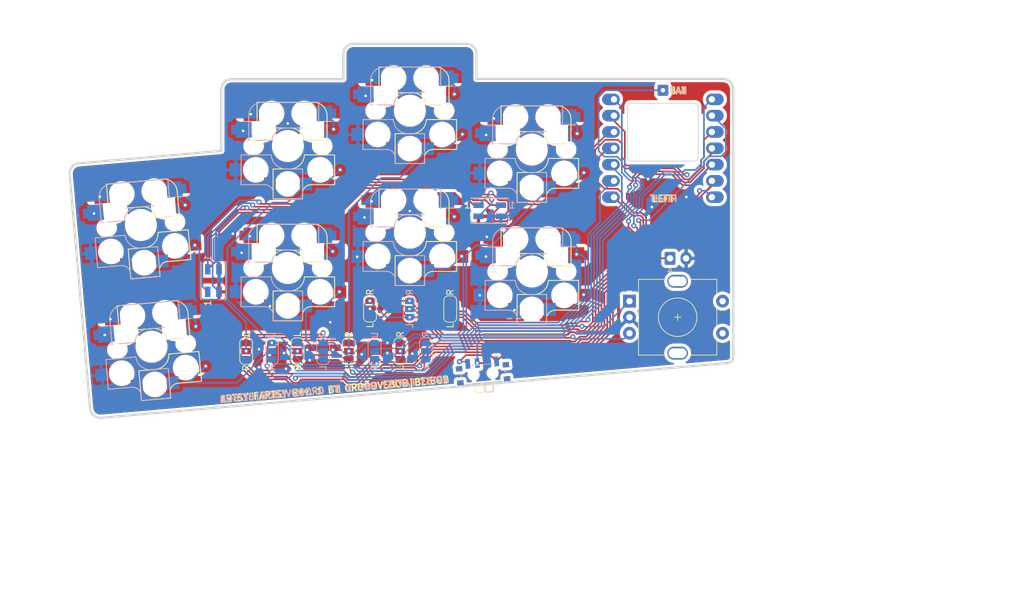
<source format=kicad_pcb>
(kicad_pcb (version 20211014) (generator pcbnew)
  (layers (0 "F.Cu" signal) (31 "B.Cu" signal) (34 "B.Paste" user) (35 "F.Paste" user) (36 "B.SilkS" user "B.Silkscreen") (37 "F.SilkS" user "F.Silkscreen") (38 "B.Mask" user) (39 "F.Mask" user) (44 "Edge.Cuts" user))
  (net 0 "")
  (net 1 "bat1")
  (net 2 "GND")
  (net 3 "4")
  (net 4 "5")
  (net 5 "6")
  (net 6 "7")
  (net 7 "8")
  (net 9 "so")
  (net 11 "Net-(JP1-Pad2)")
  (net 12 "11")
  (net 13 "Net-(JP2-Pad2)")
  (net 14 "Net-(JP3-Pad2)")
  (net 15 "10")
  (net 16 "Net-(JP4-Pad2)")
  (net 17 "9")
  (net 18 "Net-(JP5-Pad2)")
  (net 19 "Net-(JP6-Pad2)")
  (net 20 "Net-(JP7-Pad2)")
  (net 21 "Net-(JP8-Pad2)")
  (net 22 "Net-(D1-Pad1)")
  (net 23 "LED")
  (net 24 "VCC")
  (net 26 "Net-(D2-Pad1)")
  (net 28 "2")
  (net 29 "Net-(JP9-Pad2)")
  (net 30 "13")
  (net 31 "1")
  (net 32 "Net-(JP10-Pad2)")
  (net 33 "14")
  (footprint "keebio:RotaryEncoder_EC11" (layer "F.Cu") (at 143.8 75.46)
    (fp_text reference "SW9")
    (fp_text value "RotaryEncoder")
  )
  (footprint "LED_SMD:LED_SK6812MINI_PLCC4_3.5x3.5mm_P1.75mm" (layer "F.Cu") (at 114.53 58.87)
    (fp_text reference "D1")
    (fp_text value "SK6812MINI")
  )
  (footprint "beibob:einmalalles" (layer "F.Cu") (at 102.085 62.295)
    (fp_text reference "SW6" hide)
    (fp_text value "SW_Push" hide)
  )
  (footprint "Button_Switch_SMD:SW_SPDT_PCM12" (layer "F.Cu") (at 113.465252 83.956647 5)
    (fp_text reference "SW11")
    (fp_text value "SW_Push_SPDT")
  )
  (footprint "Connector_Wire:SolderWire-0.15sqmm_1x01_D0.5mm_OD1.5mm" (layer "F.Cu") (at 141.51 40.11)
    (fp_text reference "H1")
    (fp_text value "MountingHole_Pad")
  )
  (footprint "beibob:einmalalles" (layer "F.Cu") (at 61.849441 80.052457 5)
    (fp_text reference "SW8" hide)
    (fp_text value "SW_Push" hide)
  )
  (footprint "beibob:SolderJumper-3_P1.3mm_Open_RoundedPad1.0x1.5mm_NumberLabels" (layer "F.Cu") (at 95.88 74.15 -90)
    (fp_text reference "JP11")
    (fp_text value "Jumper_3_Open")
  )
  (footprint "beibob:SolderJumper-3_P1.3mm_Open_RoundedPad1.0x1.5mm_NumberLabels" (layer "F.Cu") (at 76.585 80.745 90)
    (fp_text reference "JP7")
    (fp_text value "Jumper_3_Open")
  )
  (footprint "beibob:SolderJumper-3_P1.3mm_Open_RoundedPad1.0x1.5mm_NumberLabels" (layer "F.Cu") (at 108.37 74.18 -90)
    (fp_text reference "JP10")
    (fp_text value "Jumper_3_Open")
  )
  (footprint "beibob:SolderJumper-3_P1.3mm_Open_RoundedPad1.0x1.5mm_NumberLabels" (layer "F.Cu") (at 100.585 80.745 -90)
    (fp_text reference "JP1")
    (fp_text value "Jumper_3_Open")
  )
  (footprint "beibob:einmalalles" (layer "F.Cu") (at 102.085 43.295)
    (fp_text reference "SW2" hide)
    (fp_text value "SW_Push" hide)
  )
  (footprint "beibob:SolderJumper-3_P1.3mm_Open_RoundedPad1.0x1.5mm_NumberLabels" (layer "F.Cu") (at 92.585 80.745 -90)
    (fp_text reference "JP3")
    (fp_text value "Jumper_3_Open")
  )
  (footprint "beibob:xiao-ble-thtbatfach" (layer "F.Cu") (at 141.505 49.145)
    (fp_text reference "U1" hide)
    (fp_text value "SeeeduinoXIAO" hide)
    (fp_line (start -5 -7) (end 5 -7) (layer "Edge.Cuts") (width 0.12))
    (fp_line (start -5.5 1.5) (end -5.5 -6.5) (layer "Edge.Cuts") (width 0.12))
    (fp_line (start 5.5 -6.5) (end 5.5 1.5) (layer "Edge.Cuts") (width 0.12))
    (fp_line (start 5 2) (end -5 2) (layer "Edge.Cuts") (width 0.12))
    (fp_arc (start -5 2) (mid -5.353553 1.853553) (end -5.5 1.5) (layer "Edge.Cuts") (width 0.12))
    (fp_arc (start 5.5 1.5) (mid 5.353553 1.853553) (end 5 2) (layer "Edge.Cuts") (width 0.12))
    (fp_arc (start 5 -7) (mid 5.353553 -6.853553) (end 5.5 -6.5) (layer "Edge.Cuts") (width 0.12))
    (fp_arc (start -5.5 -6.5) (mid -5.353553 -6.853553) (end -5 -7) (layer "Edge.Cuts") (width 0.12))
  )
  (footprint "beibob:einmalalles" (layer "F.Cu") (at 60.185 61.095 5)
    (fp_text reference "SW4" hide)
    (fp_text value "SW_Push" hide)
  )
  (footprint "beibob:SolderJumper-3_P1.3mm_Open_RoundedPad1.0x1.5mm_NumberLabels" (layer "F.Cu") (at 84.585 80.745 90)
    (fp_text reference "JP5")
    (fp_text value "Jumper_3_Open")
  )
  (footprint "beibob:einmalalles" (layer "F.Cu") (at 121.095 68.345)
    (fp_text reference "SW5" hide)
    (fp_text value "SW_Push" hide)
  )
  (footprint "Connector_JST:JST_EH_S2B-EH_1x02_P2.50mm_Horizontal" (layer "F.Cu") (at 142.61 66.288554)
    (fp_text reference "J1")
    (fp_text value "Conn_01x02_Male")
  )
  (footprint "beibob:einmalalles" (layer "F.Cu") (at 83.085 48.795)
    (fp_text reference "SW3" hide)
    (fp_text value "SW_Push" hide)
  )
  (footprint "beibob:einmalalles" (layer "F.Cu") (at 121.085 49.345)
    (fp_text reference "SW1" hide)
    (fp_text value "SW_Push" hide)
  )
  (footprint "beibob:einmalalles" (layer "F.Cu") (at 83.085 67.795)
    (fp_text reference "SW7" hide)
    (fp_text value "SW_Push" hide)
  )
  (footprint "LED_SMD:LED_SK6812MINI_PLCC4_3.5x3.5mm_P1.75mm" (layer "F.Cu") (at 71.48 69.76 90)
    (fp_text reference "D3")
    (fp_text value "SK6812MINI")
  )
  (footprint "beibob:SolderJumper-3_P1.3mm_Open_RoundedPad1.0x1.5mm_NumberLabels" (layer "B.Cu") (at 104.585 80.745 -90)
    (fp_text reference "JP2")
    (fp_text value "Jumper_3_Open")
  )
  (footprint "beibob:SolderJumper-3_P1.3mm_Open_RoundedPad1.0x1.5mm_NumberLabels" (layer "B.Cu") (at 102.06 74.18 -90)
    (fp_text reference "JP9")
    (fp_text value "Jumper_3_Open")
  )
  (footprint "LED_SMD:LED_SK6812MINI_PLCC4_3.5x3.5mm_P1.75mm" (layer "B.Cu") (at 114.53 58.88 180)
    (fp_text reference "D4")
    (fp_text value "SK6812MINI")
  )
  (footprint "Button_Switch_SMD:SW_SPDT_PCM12" (layer "B.Cu") (at 113.465252 83.956647 -175)
    (fp_text reference "SW12")
    (fp_text value "SW_Push_SPDT")
  )
  (footprint "beibob:SolderJumper-3_P1.3mm_Open_RoundedPad1.0x1.5mm_NumberLabels" (layer "B.Cu") (at 96.585 80.745 90)
    (fp_text reference "JP4")
    (fp_text value "Jumper_3_Open")
  )
  (footprint "LED_SMD:LED_SK6812MINI_PLCC4_3.5x3.5mm_P1.75mm" (layer "B.Cu") (at 71.485 69.76 -90)
    (fp_text reference "D2")
    (fp_text value "SK6812MINI")
  )
  (footprint "beibob:SolderJumper-3_P1.3mm_Open_RoundedPad1.0x1.5mm_NumberLabels" (layer "B.Cu") (at 88.585 80.745 -90)
    (fp_text reference "JP6")
    (fp_text value "Jumper_3_Open")
  )
  (footprint "beibob:SolderJumper-3_P1.3mm_Open_RoundedPad1.0x1.5mm_NumberLabels" (layer "B.Cu") (at 80.585 80.745 90)
    (fp_text reference "JP8")
    (fp_text value "Jumper_3_Open")
  )
  (gr_curve (pts (xy 53.854966 91.132098) (xy 53.484554 91.132098) (xy 53.128245 91.005103) (xy 52.838965 90.761685)) (layer "Edge.Cuts") (width 0.35))
  (gr_curve (pts (xy 152.463396 81.702355) (xy 152.463396 82.143327) (xy 152.138847 82.513739) (xy 151.704937 82.577237)) (layer "Edge.Cuts") (width 0.35))
  (gr_line (start 130.580602 38.335385) (end 112.472513 38.335385) (layer "Edge.Cuts") (width 0.35))
  (gr_curve (pts (xy 150.879427 38.335385) (xy 151.7508 38.335385) (xy 152.463396 39.047981) (xy 152.463396 39.919354)) (layer "Edge.Cuts") (width 0.35))
  (gr_curve (pts (xy 51.022151 75.387624) (xy 51.022151 75.387624) (xy 49.081873 53.201424) (xy 49.081873 53.201424)) (layer "Edge.Cuts") (width 0.35))
  (gr_line (start 112.472513 34.46187) (end 112.472513 38.335385) (layer "Edge.Cuts") (width 0.35))
  (gr_curve (pts (xy 91.711549 34.46187) (xy 91.711549 33.59052) (xy 92.424145 32.877902) (xy 93.295518 32.877902)) (layer "Edge.Cuts") (width 0.35))
  (gr_curve (pts (xy 49.448775 52.044324) (xy 49.7204 51.719775) (xy 50.101406 51.52222) (xy 50.524743 51.486929)) (layer "Edge.Cuts") (width 0.35))
  (gr_curve (pts (xy 52.28157 89.685717) (xy 52.28157 89.685717) (xy 51.039785 75.496984) (xy 51.039785 75.496984)) (layer "Edge.Cuts") (width 0.35))
  (gr_curve (pts (xy 72.710943 39.961685) (xy 72.710943 39.090313) (xy 73.423539 38.377717) (xy 74.294912 38.377717)) (layer "Edge.Cuts") (width 0.35))
  (gr_curve (pts (xy 93.295518 32.877902) (xy 93.295518 32.877902) (xy 110.888544 32.877902) (xy 110.888544 32.877902)) (layer "Edge.Cuts") (width 0.35))
  (gr_curve (pts (xy 74.294912 38.377717) (xy 74.294912 38.377717) (xy 91.711549 38.377717) (xy 91.711549 38.377717)) (layer "Edge.Cuts") (width 0.35))
  (gr_curve (pts (xy 72.710943 49.546652) (xy 72.710943 49.546652) (xy 72.710943 39.961685) (xy 72.710943 39.961685)) (layer "Edge.Cuts") (width 0.35))
  (gr_curve (pts (xy 130.580602 38.335385) (xy 130.580602 38.335385) (xy 150.879427 38.335385) (xy 150.879427 38.335385)) (layer "Edge.Cuts") (width 0.35))
  (gr_curve (pts (xy 151.634377 82.584299) (xy 151.634377 82.584299) (xy 72.224108 89.530494) (xy 72.224108 89.530494)) (layer "Edge.Cuts") (width 0.35))
  (gr_curve (pts (xy 51.039785 75.496984) (xy 51.032744 75.461715) (xy 51.025682 75.422914) (xy 51.022151 75.387624)) (layer "Edge.Cuts") (width 0.35))
  (gr_curve (pts (xy 91.711549 38.377717) (xy 91.711549 38.377717) (xy 91.711549 34.46187) (xy 91.711549 34.46187)) (layer "Edge.Cuts") (width 0.35))
  (gr_curve (pts (xy 72.224108 89.530494) (xy 72.224108 89.530494) (xy 53.996065 91.128567) (xy 53.996065 91.128567)) (layer "Edge.Cuts") (width 0.35))
  (gr_curve (pts (xy 52.838965 90.761685) (xy 52.514415 90.49004) (xy 52.316839 90.109034) (xy 52.28157 89.685717)) (layer "Edge.Cuts") (width 0.35))
  (gr_curve (pts (xy 50.524743 51.486929) (xy 50.524743 51.486929) (xy 72.710943 49.546652) (xy 72.710943 49.546652)) (layer "Edge.Cuts") (width 0.35))
  (gr_curve (pts (xy 110.888544 32.877902) (xy 111.759895 32.877902) (xy 112.472513 33.59052) (xy 112.472513 34.46187)) (layer "Edge.Cuts") (width 0.35))
  (gr_curve (pts (xy 151.704937 82.577237) (xy 151.690812 82.577237) (xy 151.64848 82.584299) (xy 151.634377 82.584299)) (layer "Edge.Cuts") (width 0.35))
  (gr_curve (pts (xy 53.996065 91.128567) (xy 53.950202 91.132098) (xy 53.904339 91.132098) (xy 53.854966 91.132098)) (layer "Edge.Cuts") (width 0.35))
  (gr_curve (pts (xy 152.463396 39.919354) (xy 152.463396 39.919354) (xy 152.463396 81.702355) (xy 152.463396 81.702355)) (layer "Edge.Cuts") (width 0.35))
  (gr_curve (pts (xy 49.081873 53.201424) (xy 49.046604 52.781618) (xy 49.17713 52.368874) (xy 49.448775 52.044324)) (layer "Edge.Cuts") (width 0.35))
  (gr_text "ARTSY FARTSY Rev. 1 BY GROOOVEBOB|BEIBOB" (at 90.29 86.72 5) (layer "B.SilkS") (effects (font (size 1 1) (thickness 0.25)) (justify mirror)))
  (gr_text "BAT" (at 143.97 40.17) (layer "B.SilkS") (effects (font (size 1 1) (thickness 0.25)) (justify mirror)))
  (gr_text "RIGHT" (at 141.595 56.995) (layer "B.SilkS") (effects (font (size 1 1) (thickness 0.25)) (justify mirror)))
  (gr_text "ARTSY FARTSY Rev. 1 BY GROOOVEBOB|BEIBOB" (at 90.38 86.7 5) (layer "F.SilkS") (effects (font (size 1 1) (thickness 0.25))))
  (gr_text "LEFT" (at 141.535 57.005) (layer "F.SilkS") (effects (font (size 1 1) (thickness 0.25))))
  (gr_text "BAT" (at 143.83 40.18) (layer "F.SilkS") (effects (font (size 1 1) (thickness 0.25))))
  (segment (start 125.96 81.364071) (end 116.553973 81.364071) (width 0.25) (layer "F.Cu") (net 1))
  (segment (start 130.495272 80.7395) (end 129.49248 80.7395) (width 0.25) (layer "F.Cu") (net 1))
  (segment (start 133.732743 77.502029) (end 130.495272 80.7395) (width 0.25) (layer "F.Cu") (net 1))
  (segment (start 114.61014 81.364071) (end 110.825929 81.364071) (width 0.25) (layer "F.Cu") (net 1))
  (segment (start 128.745945 81.486035) (end 126.081964 81.486035) (width 0.25) (layer "F.Cu") (net 1))
  (segment (start 129.49248 80.7395) (end 128.745945 81.486035) (width 0.25) (layer "F.Cu") (net 1))
  (segment (start 110.825929 81.364071) (end 109.81 82.38) (width 0.25) (layer "F.Cu") (net 1))
  (segment (start 116.553973 81.364071) (end 115.582057 82.335988) (width 0.25) (layer "F.Cu") (net 1))
  (segment (start 115.582057 82.335988) (end 114.61014 81.364071) (width 0.25) (layer "F.Cu") (net 1))
  (segment (start 142.61 66.288554) (end 139.694189 66.288554) (width 0.25) (layer "F.Cu") (net 1))
  (segment (start 139.694189 66.288554) (end 133.732743 72.25) (width 0.25) (layer "F.Cu") (net 1))
  (segment (start 126.081964 81.486035) (end 125.96 81.364071) (width 0.25) (layer "F.Cu") (net 1))
  (segment (start 133.732743 72.25) (end 133.732743 77.502029) (width 0.25) (layer "F.Cu") (net 1))
  (via (at 109.81 82.38) (size 0.8) (drill 0.4) (layers "F.Cu" "B.Cu") (net 1))
  (segment (start 109.81 82.38) (end 110.750992 82.38) (width 0.25) (layer "B.Cu") (net 1))
  (segment (start 110.750992 82.38) (end 111.099181 82.728189) (width 0.25) (layer "B.Cu") (net 1))
  (segment (start 79.093425 83.753425) (end 80.376575 83.753425) (width 0.25) (layer "F.Cu") (net 2))
  (segment (start 78.585 83.245) (end 79.093425 83.753425) (width 0.25) (layer "F.Cu") (net 2))
  (segment (start 82.485 81.645) (end 82.485 81.045) (width 0.25) (layer "F.Cu") (net 2))
  (segment (start 80.376575 83.753425) (end 82.485 81.645) (width 0.25) (layer "F.Cu") (net 2))
  (via (at 114.085 62.945) (size 0.8) (drill 0.4) (layers "F.Cu" "B.Cu") (net 2))
  (via (at 83.065 45.275) (size 0.8) (drill 0.4) (layers "F.Cu" "B.Cu") (net 2))
  (via (at 89.685 76.245) (size 0.8) (drill 0.4) (layers "F.Cu" "B.Cu") (net 2))
  (via (at 77.315 43.835) (size 0.8) (drill 0.4) (layers "F.Cu" "B.Cu") (net 2))
  (via (at 112.985 72.045) (size 0.8) (drill 0.4) (layers "F.Cu" "B.Cu") (net 2))
  (via (at 94.585 81.245) (size 0.8) (drill 0.4) (layers "F.Cu" "B.Cu") (net 2))
  (via (at 115.185 44.495) (size 0.8) (drill 0.4) (layers "F.Cu" "B.Cu") (net 2))
  (via (at 86.485 82.145) (size 0.8) (drill 0.4) (layers "F.Cu" "B.Cu") (net 2))
  (via (at 96.125 57.405) (size 0.8) (drill 0.4) (layers "F.Cu" "B.Cu") (net 2))
  (via (at 54.545 78.235) (size 0.8) (drill 0.4) (layers "F.Cu" "B.Cu") (net 2))
  (via (at 102.08 58.92) (size 0.8) (drill 0.4) (layers "F.Cu" "B.Cu") (net 2))
  (via (at 78.585 83.245) (size 0.8) (drill 0.4) (layers "F.Cu" "B.Cu") (net 2))
  (via (at 52.875 59.305) (size 0.8) (drill 0.4) (layers "F.Cu" "B.Cu") (net 2))
  (via (at 82.485 81.045) (size 0.8) (drill 0.4) (layers "F.Cu" "B.Cu") (net 2))
  (via (at 93.885 66.045) (size 0.8) (drill 0.4) (layers "F.Cu" "B.Cu") (net 2))
  (via (at 102.485 81.145) (size 0.8) (drill 0.4) (layers "F.Cu" "B.Cu") (net 2))
  (via (at 113.935 66.015) (size 0.8) (drill 0.4) (layers "F.Cu" "B.Cu") (net 2))
  (via (at 139.79 58.3) (size 0.8) (drill 0.4) (layers "F.Cu" "B.Cu") (net 2))
  (via (at 95.195 40.975) (size 0.8) (drill 0.4) (layers "F.Cu" "B.Cu") (net 2))
  (via (at 96.195 38.525) (size 0.8) (drill 0.4) (layers "F.Cu" "B.Cu") (net 2))
  (via (at 86.085 80.545) (size 0.8) (drill 0.4) (layers "F.Cu" "B.Cu") (net 2))
  (via (at 145.15 56.73) (size 0.8) (drill 0.4) (layers "F.Cu" "B.Cu") (net 2))
  (via (at 95.015 59.915) (size 0.8) (drill 0.4) (layers "F.Cu" "B.Cu") (net 2))
  (via (at 139.19 53.91) (size 0.8) (drill 0.4) (layers "F.Cu" "B.Cu") (net 2))
  (via (at 74.51 62.45) (size 0.8) (drill 0.4) (layers "F.Cu" "B.Cu") (net 2))
  (via (at 75.875 65.415) (size 0.8) (drill 0.4) (layers "F.Cu" "B.Cu") (net 2))
  (via (at 98.585 79.445) (size 0.8) (drill 0.4) (layers "F.Cu" "B.Cu") (net 2))
  (via (at 95.87 74.16) (size 0.8) (drill 0.4) (layers "F.Cu" "B.Cu") (net 2))
  (via (at 110.79 57.77) (size 0.8) (drill 0.4) (layers "F.Cu" "B.Cu") (net 2))
  (via (at 118.385 74.345) (size 0.8) (drill 0.4) (layers "F.Cu" "B.Cu") (net 2))
  (via (at 113.955 47.075) (size 0.8) (drill 0.4) (layers "F.Cu" "B.Cu") (net 2))
  (via (at 53.805 56.685) (size 0.8) (drill 0.4) (layers "F.Cu" "B.Cu") (net 2))
  (via (at 78.585 80.445) (size 0.8) (drill 0.4) (layers "F.Cu" "B.Cu") (net 2))
  (via (at 82.795 83.4945) (size 0.8) (drill 0.4) (layers "F.Cu" "B.Cu") (net 2))
  (via (at 90.085 80.545) (size 0.8) (drill 0.4) (layers "F.Cu" "B.Cu") (net 2))
  (via (at 76.115 46.435) (size 0.8) (drill 0.4) (layers "F.Cu" "B.Cu") (net 2))
  (via (at 77.155 62.855) (size 0.8) (drill 0.4) (layers "F.Cu" "B.Cu") (net 2))
  (via (at 80.285 73.745) (size 0.8) (drill 0.4) (layers "F.Cu" "B.Cu") (net 2))
  (via (at 98.585 81.045) (size 0.8) (drill 0.4) (layers "F.Cu" "B.Cu") (net 2))
  (via (at 55.445 75.765) (size 0.8) (drill 0.4) (layers "F.Cu" "B.Cu") (net 2))
  (segment (start 71.51 63.292792) (end 71.51 66.398604) (width 0.25) (layer "B.Cu") (net 2))
  (segment (start 72.36 67.248604) (end 72.36 68.01) (width 0.25) (layer "B.Cu") (net 2))
  (segment (start 71.51 66.398604) (end 72.36 67.248604) (width 0.25) (layer "B.Cu") (net 2))
  (segment (start 74.51 62.45) (end 72.352792 62.45) (width 0.25) (layer "B.Cu") (net 2))
  (segment (start 72.352792 62.45) (end 71.51 63.292792) (width 0.25) (layer "B.Cu") (net 2))
  (segment (start 97.835 82.895) (end 97.32 83.41) (width 0.25) (layer "F.Cu") (net 3))
  (segment (start 132.925 49.145) (end 131.41 50.66) (width 0.25) (layer "F.Cu") (net 3))
  (segment (start 82.935 84.695) (end 77.818272 84.695) (width 0.25) (layer "F.Cu") (net 3))
  (segment (start 128.933292 79.3895) (end 128.186757 80.136035) (width 0.25) (layer "F.Cu") (net 3))
  (segment (start 100.585 79.445) (end 99.76 78.62) (width 0.25) (layer "F.Cu") (net 3))
  (segment (start 85.185 85.145) (end 84.635 85.695) (width 0.25) (layer "F.Cu") (net 3))
  (segment (start 132.42 55.45) (end 134.462593 55.45) (width 0.25) (layer "F.Cu") (net 3))
  (segment (start 132.382743 76.942841) (end 129.936084 79.3895) (width 0.25) (layer "F.Cu") (net 3))
  (segment (start 134.462593 55.45) (end 135.11 56.097406) (width 0.25) (layer "F.Cu") (net 3))
  (segment (start 138.889491 65.184064) (end 132.382743 71.690812) (width 0.25) (layer "F.Cu") (net 3))
  (segment (start 93.965 85.695) (end 92.298604 85.695) (width 0.25) (layer "F.Cu") (net 3))
  (segment (start 75.57 79.86) (end 75.985 79.445) (width 0.25) (layer "F.Cu") (net 3))
  (segment (start 84.635 85.695) (end 83.935 85.695) (width 0.25) (layer "F.Cu") (net 3))
  (segment (start 131.41 50.66) (end 131.41 54.44) (width 0.25) (layer "F.Cu") (net 3))
  (segment (start 102.695 82.895) (end 97.835 82.895) (width 0.25) (layer "F.Cu") (net 3))
  (segment (start 138.889491 59.876898) (end 138.889491 65.184064) (width 0.25) (layer "F.Cu") (net 3))
  (segment (start 77.818272 84.695) (end 75.435 82.311727) (width 0.25) (layer "F.Cu") (net 3))
  (segment (start 135.11 57.353604) (end 136.944995 59.188599) (width 0.25) (layer "F.Cu") (net 3))
  (segment (start 129.936084 79.3895) (end 128.933292 79.3895) (width 0.25) (layer "F.Cu") (net 3))
  (segment (start 136.944995 59.188599) (end 138.201193 59.188599) (width 0.25) (layer "F.Cu") (net 3))
  (segment (start 75.985 79.445) (end 76.585 79.445) (width 0.25) (layer "F.Cu") (net 3))
  (segment (start 83.935 85.695) (end 82.935 84.695) (width 0.25) (layer "F.Cu") (net 3))
  (segment (start 105.575929 80.014071) (end 102.695 82.895) (width 0.25) (layer "F.Cu") (net 3))
  (segment (start 128.186757 80.136035) (end 126.773965 80.136035) (width 0.25) (layer "F.Cu") (net 3))
  (segment (start 126.652001 80.014071) (end 105.575929 80.014071) (width 0.25) (layer "F.Cu") (net 3))
  (segment (start 77.73 78.62) (end 77.41 78.62) (width 0.25) (layer "F.Cu") (net 3))
  (segment (start 92.298604 85.695) (end 91.748604 85.145) (width 0.25) (layer "F.Cu") (net 3))
  (segment (start 96.25 83.41) (end 93.965 85.695) (width 0.25) (layer "F.Cu") (net 3))
  (segment (start 75.435 82.311727) (end 75.435 79.995) (width 0.25) (layer "F.Cu") (net 3))
  (segment (start 138.201193 59.188599) (end 138.889491 59.876898) (width 0.25) (layer "F.Cu") (net 3))
  (segment (start 75.435 79.995) (end 75.57 79.86) (width 0.25) (layer "F.Cu") (net 3))
  (segment (start 131.41 54.44) (end 132.42 55.45) (width 0.25) (layer "F.Cu") (net 3))
  (segment (start 91.748604 85.145) (end 85.185 85.145) (width 0.25) (layer "F.Cu") (net 3))
  (segment (start 133.885 49.145) (end 132.925 49.145) (width 0.25) (layer "F.Cu") (net 3))
  (segment (start 135.11 56.097406) (end 135.11 57.353604) (width 0.25) (layer "F.Cu") (net 3))
  (segment (start 126.773965 80.136035) (end 126.652001 80.014071) (width 0.25) (layer "F.Cu") (net 3))
  (segment (start 76.81 78.62) (end 77.73 78.62) (width 0.25) (layer "F.Cu") (net 3))
  (segment (start 132.382743 71.690812) (end 132.382743 76.942841) (width 0.25) (layer "F.Cu") (net 3))
  (segment (start 75.57 79.86) (end 76.81 78.62) (width 0.25) (layer "F.Cu") (net 3))
  (segment (start 99.76 78.62) (end 77.73 78.62) (width 0.25) (layer "F.Cu") (net 3))
  (segment (start 97.32 83.41) (end 96.25 83.41) (width 0.25) (layer "F.Cu") (net 3))
  (segment (start 83.985 79.445) (end 84.585 79.445) (width 0.25) (layer "F.Cu") (net 4))
  (segment (start 92.21 79.07) (end 84.96 79.07) (width 0.25) (layer "F.Cu") (net 4))
  (segment (start 83.51 82.386727) (end 83.51 79.92) (width 0.25) (layer "F.Cu") (net 4))
  (segment (start 84.96 79.07) (end 84.585 79.445) (width 0.25) (layer "F.Cu") (net 4))
  (segment (start 83.51 79.92) (end 83.985 79.445) (width 0.25) (layer "F.Cu") (net 4))
  (segment (start 84.554503 83.4945) (end 84.554503 83.43123) (width 0.25) (layer "F.Cu") (net 4))
  (segment (start 92.585 79.445) (end 92.21 79.07) (width 0.25) (layer "F.Cu") (net 4))
  (segment (start 84.554503 83.43123) (end 83.51 82.386727) (width 0.25) (layer "F.Cu") (net 4))
  (via (at 84.554503 83.4945) (size 0.8) (drill 0.4) (layers "F.Cu" "B.Cu") (net 4))
  (segment (start 135.11 57.908808) (end 130.33 62.688808) (width 0.25) (layer "B.Cu") (net 4))
  (segment (start 84.830003 83.77) (end 84.554503 83.4945) (width 0.25) (layer "B.Cu") (net 4))
  (segment (start 99.5095 84.7695) (end 92.8095 84.7695) (width 0.25) (layer "B.Cu") (net 4))
  (segment (start 135.11 53.57) (end 135.11 57.908808) (width 0.25) (layer "B.Cu") (net 4))
  (segment (start 91.81 83.77) (end 84.830003 83.77) (width 0.25) (layer "B.Cu") (net 4))
  (segment (start 130.33 72.431702) (end 125.571702 77.19) (width 0.25) (layer "B.Cu") (net 4))
  (segment (start 133.885 51.685) (end 133.885 52.345) (width 0.25) (layer "B.Cu") (net 4))
  (segment (start 133.885 52.345) (end 135.11 53.57) (width 0.25) (layer "B.Cu") (net 4))
  (segment (start 104.491396 84.245) (end 100.034 84.245) (width 0.25) (layer "B.Cu") (net 4))
  (segment (start 125.571702 77.19) (end 113.029188 77.19) (width 0.25) (layer "B.Cu") (net 4))
  (segment (start 108.766396 79.97) (end 104.491396 84.245) (width 0.25) (layer "B.Cu") (net 4))
  (segment (start 110.249188 79.97) (end 108.766396 79.97) (width 0.25) (layer "B.Cu") (net 4))
  (segment (start 113.029188 77.19) (end 110.249188 79.97) (width 0.25) (layer "B.Cu") (net 4))
  (segment (start 100.034 84.245) (end 99.5095 84.7695) (width 0.25) (layer "B.Cu") (net 4))
  (segment (start 130.33 62.688808) (end 130.33 72.431702) (width 0.25) (layer "B.Cu") (net 4))
  (segment (start 92.8095 84.7695) (end 91.81 83.77) (width 0.25) (layer "B.Cu") (net 4))
  (segment (start 93.187701 84.0445) (end 92.585 83.441799) (width 0.25) (layer "F.Cu") (net 5))
  (segment (start 92.585 82.045) (end 91.985 82.045) (width 0.25) (layer "F.Cu") (net 5))
  (segment (start 92.585 83.441799) (end 92.585 82.045) (width 0.25) (layer "F.Cu") (net 5))
  (segment (start 85.88 81.35) (end 85.185 82.045) (width 0.25) (layer "F.Cu") (net 5))
  (segment (start 91.985 82.045) (end 91.29 81.35) (width 0.25) (layer "F.Cu") (net 5))
  (segment (start 91.29 81.35) (end 85.88 81.35) (width 0.25) (layer "F.Cu") (net 5))
  (segment (start 85.185 82.045) (end 84.585 82.045) (width 0.25) (layer "F.Cu") (net 5))
  (via (at 93.187701 84.0445) (size 0.8) (drill 0.4) (layers "F.Cu" "B.Cu") (net 5))
  (segment (start 99.868097 83.76) (end 104.34 83.76) (width 0.25) (layer "B.Cu") (net 5))
  (segment (start 129.88 72.245306) (end 129.88 62.502412) (width 0.25) (layer "B.Cu") (net 5))
  (segment (start 129.88 62.502412) (end 130.731206 61.651206) (width 0.25) (layer "B.Cu") (net 5))
  (segment (start 93.187701 84.0445) (end 93.462701 84.3195) (width 0.25) (layer "B.Cu") (net 5))
  (segment (start 130.731206 61.651206) (end 131.71 60.672412) (width 0.25) (layer "B.Cu") (net 5))
  (segment (start 112.842792 76.74) (end 125.385306 76.74) (width 0.25) (layer "B.Cu") (net 5))
  (segment (start 110.062792 79.52) (end 112.842792 76.74) (width 0.25) (layer "B.Cu") (net 5))
  (segment (start 125.385306 76.74) (end 129.88 72.245306) (width 0.25) (layer "B.Cu") (net 5))
  (segment (start 108.58 79.52) (end 110.062792 79.52) (width 0.25) (layer "B.Cu") (net 5))
  (segment (start 104.34 83.76) (end 108.58 79.52) (width 0.25) (layer "B.Cu") (net 5))
  (segment (start 93.462701 84.3195) (end 99.308597 84.3195) (width 0.25) (layer "B.Cu") (net 5))
  (segment (start 131.71 60.672412) (end 131.71 56.257588) (width 0.25) (layer "B.Cu") (net 5))
  (segment (start 133.742588 54.225) (end 133.885 54.225) (width 0.25) (layer "B.Cu") (net 5))
  (segment (start 131.71 56.257588) (end 133.742588 54.225) (width 0.25) (layer "B.Cu") (net 5))
  (segment (start 99.308597 84.3195) (end 99.868097 83.76) (width 0.25) (layer "B.Cu") (net 5))
  (segment (start 92.121396 84.245) (end 78.004668 84.245) (width 0.25) (layer "F.Cu") (net 6))
  (segment (start 138.014797 59.638599) (end 138.439491 60.063294) (width 0.25) (layer "F.Cu") (net 6))
  (segment (start 129.749688 78.9395) (end 128.746896 78.9395) (width 0.25) (layer "F.Cu") (net 6))
  (segment (start 92.645896 84.7695) (end 92.121396 84.245) (width 0.25) (layer "F.Cu") (net 6))
  (segment (start 128.000361 79.686035) (end 126.966035 79.686035) (width 0.25) (layer "F.Cu") (net 6))
  (segment (start 78.004668 84.245) (end 76.585 82.825331) (width 0.25) (layer "F.Cu") (net 6))
  (segment (start 102.508604 82.445) (end 100.585 82.445) (width 0.25) (layer "F.Cu") (net 6))
  (segment (start 138.439491 64.997668) (end 131.932743 71.504416) (width 0.25) (layer "F.Cu") (net 6))
  (segment (start 97.707864 82.445) (end 97.223364 81.9605) (width 0.25) (layer "F.Cu") (net 6))
  (segment (start 126.844071 79.564071) (end 105.389533 79.564071) (width 0.25) (layer "F.Cu") (net 6))
  (segment (start 136.758599 59.638599) (end 138.014797 59.638599) (width 0.25) (layer "F.Cu") (net 6))
  (segment (start 131.932743 71.504416) (end 131.932743 76.756445) (width 0.25) (layer "F.Cu") (net 6))
  (segment (start 105.389533 79.564071) (end 102.508604 82.445) (width 0.25) (layer "F.Cu") (net 6))
  (segment (start 96.4195 81.9605) (end 93.6105 84.7695) (width 0.25) (layer "F.Cu") (net 6))
  (segment (start 133.885 56.765) (end 136.758599 59.638599) (width 0.25) (layer "F.Cu") (net 6))
  (segment (start 100.585 82.045) (end 100.585 82.445) (width 0.25) (layer "F.Cu") (net 6))
  (segment (start 76.585 82.825331) (end 76.585 82.045) (width 0.25) (layer "F.Cu") (net 6))
  (segment (start 128.746896 78.9395) (end 128.000361 79.686035) (width 0.25) (layer "F.Cu") (net 6))
  (segment (start 100.585 82.445) (end 97.707864 82.445) (width 0.25) (layer "F.Cu") (net 6))
  (segment (start 97.223364 81.9605) (end 96.4195 81.9605) (width 0.25) (layer "F.Cu") (net 6))
  (segment (start 93.6105 84.7695) (end 92.645896 84.7695) (width 0.25) (layer "F.Cu") (net 6))
  (segment (start 138.439491 60.063294) (end 138.439491 64.997668) (width 0.25) (layer "F.Cu") (net 6))
  (segment (start 126.966035 79.686035) (end 126.844071 79.564071) (width 0.25) (layer "F.Cu") (net 6))
  (segment (start 131.932743 76.756445) (end 129.749688 78.9395) (width 0.25) (layer "F.Cu") (net 6))
  (segment (start 139.339491 64.799491) (end 139.339491 64.054113) (width 0.25) (layer "F.Cu") (net 7))
  (segment (start 132.832743 71.877208) (end 132.832743 77.129237) (width 0.25) (layer "F.Cu") (net 7))
  (segment (start 129.119688 79.8395) (end 128.373153 80.586035) (width 0.25) (layer "F.Cu") (net 7))
  (segment (start 139.339491 64.054113) (end 147.22 56.173604) (width 0.25) (layer "F.Cu") (net 7))
  (segment (start 105.762325 80.464071) (end 103.595 82.631396) (width 0.25) (layer "F.Cu") (net 7))
  (segment (start 126.587569 80.586035) (end 126.465605 80.464071) (width 0.25) (layer "F.Cu") (net 7))
  (segment (start 139.339491 64.799491) (end 139.339491 65.37046) (width 0.25) (layer "F.Cu") (net 7))
  (segment (start 126.465605 80.464071) (end 105.762325 80.464071) (width 0.25) (layer "F.Cu") (net 7))
  (segment (start 139.339491 65.37046) (end 132.832743 71.877208) (width 0.25) (layer "F.Cu") (net 7))
  (segment (start 147.22 56.173604) (end 147.22 55.75) (width 0.25) (layer "F.Cu") (net 7))
  (segment (start 132.832743 77.129237) (end 130.12248 79.8395) (width 0.25) (layer "F.Cu") (net 7))
  (segment (start 130.12248 79.8395) (end 129.119688 79.8395) (width 0.25) (layer "F.Cu") (net 7))
  (segment (start 128.373153 80.586035) (end 126.587569 80.586035) (width 0.25) (layer "F.Cu") (net 7))
  (segment (start 103.595 82.631396) (end 103.595 83.035) (width 0.25) (layer "F.Cu") (net 7))
  (via (at 103.595 83.035) (size 0.8) (drill 0.4) (layers "F.Cu" "B.Cu") (net 7))
  (via (at 147.22 55.75) (size 0.8) (drill 0.4) (layers "F.Cu" "B.Cu") (net 7))
  (segment (start 99.956701 83.035) (end 103.595 83.035) (width 0.25) (layer "B.Cu") (net 7))
  (segment (start 148.11 55.75) (end 149.125 56.765) (width 0.25) (layer "B.Cu") (net 7))
  (segment (start 147.22 55.75) (end 148.11 55.75) (width 0.25) (layer "B.Cu") (net 7))
  (segment (start 93.49 83.32) (end 94.0395 83.8695) (width 0.25) (layer "B.Cu") (net 7))
  (segment (start 99.122201 83.8695) (end 99.956701 83.035) (width 0.25) (layer "B.Cu") (net 7))
  (segment (start 80.585 82.045) (end 81.31 82.77) (width 0.25) (layer "B.Cu") (net 7))
  (segment (start 94.0395 83.8695) (end 99.122201 83.8695) (width 0.25) (layer "B.Cu") (net 7))
  (segment (start 84.873604 82.77) (end 85.423604 83.32) (width 0.25) (layer "B.Cu") (net 7))
  (segment (start 81.31 82.77) (end 84.873604 82.77) (width 0.25) (layer "B.Cu") (net 7))
  (segment (start 85.423604 83.32) (end 93.49 83.32) (width 0.25) (layer "B.Cu") (net 7))
  (segment (start 103.595 83.035) (end 104.585 82.045) (width 0.25) (layer "B.Cu") (net 7))
  (segment (start 112.593473 82.597455) (end 113.957032 82.597455) (width 0.25) (layer "F.Cu") (net 9))
  (segment (start 113.957032 82.597455) (end 114.087765 82.466722) (width 0.25) (layer "F.Cu") (net 9))
  (via (at 112.593473 82.597455) (size 0.8) (drill 0.4) (layers "F.Cu" "B.Cu") (net 9))
  (segment (start 135.11 51.177588) (end 134.392412 50.46) (width 0.25) (layer "B.Cu") (net 9))
  (segment (start 132.39 50.46) (end 131.49 49.56) (width 0.25) (layer "B.Cu") (net 9))
  (segment (start 137.566286 54.168837) (end 136.345233 54.168837) (width 0.25) (layer "B.Cu") (net 9))
  (segment (start 131.49 49.56) (end 131.49 41.18) (width 0.25) (layer "B.Cu") (net 9))
  (segment (start 137.892208 55.292208) (end 138.01 55.174416) (width 0.25) (layer "B.Cu") (net 9))
  (segment (start 112.593473 82.597455) (end 112.593473 79.906527) (width 0.25) (layer "B.Cu") (net 9))
  (segment (start 138.01 54.612551) (end 137.566286 54.168837) (width 0.25) (layer "B.Cu") (net 9))
  (segment (start 136.925 58.002996) (end 131.68 63.247996) (width 0.25) (layer "B.Cu") (net 9))
  (segment (start 131.68 63.247996) (end 131.68 72.99089) (width 0.25) (layer "B.Cu") (net 9))
  (segment (start 135.11 52.933604) (end 135.11 51.7) (width 0.25) (layer "B.Cu") (net 9))
  (segment (start 135.11 51.7) (end 135.11 51.177588) (width 0.25) (layer "B.Cu") (net 9))
  (segment (start 136.925 56.259416) (end 136.925 58.002996) (width 0.25) (layer "B.Cu") (net 9))
  (segment (start 135.11 52.16) (end 135.11 51.7) (width 0.25) (layer "B.Cu") (net 9))
  (segment (start 131.49 41.18) (end 132.56 40.11) (width 0.25) (layer "B.Cu") (net 9))
  (segment (start 112.593473 79.534903) (end 113.588376 78.54) (width 0.25) (layer "B.Cu") (net 9))
  (segment (start 138.01 55.174416) (end 138.01 54.612551) (width 0.25) (layer "B.Cu") (net 9))
  (segment (start 134.392412 50.46) (end 132.39 50.46) (width 0.25) (layer "B.Cu") (net 9))
  (segment (start 126.13089 78.54) (end 127.455444 77.215444) (width 0.25) (layer "B.Cu") (net 9))
  (segment (start 132.56 40.11) (end 141.51 40.11) (width 0.25) (layer "B.Cu") (net 9))
  (segment (start 131.68 72.99089) (end 127.455444 77.215444) (width 0.25) (layer "B.Cu") (net 9))
  (segment (start 136.345233 54.168837) (end 135.11 52.933604) (width 0.25) (layer "B.Cu") (net 9))
  (segment (start 137.892208 55.292208) (end 136.925 56.259416) (width 0.25) (layer "B.Cu") (net 9))
  (segment (start 113.588376 78.54) (end 126.13089 78.54) (width 0.25) (layer "B.Cu") (net 9))
  (segment (start 127.455444 77.215444) (end 126.985 77.685888) (width 0.25) (layer "B.Cu") (net 9))
  (segment (start 112.593473 82.597455) (end 112.593473 79.534903) (width 0.25) (layer "B.Cu") (net 9))
  (segment (start 128.15 46.855) (end 128.145 46.86) (width 0.25) (layer "F.Cu") (net 11))
  (segment (start 128.15 52.01) (end 129.185 53.045) (width 0.25) (layer "F.Cu") (net 11))
  (segment (start 128.15 50.98) (end 128.15 52.01) (width 0.25) (layer "F.Cu") (net 11))
  (segment (start 128.145 50.975) (end 128.15 50.98) (width 0.25) (layer "F.Cu") (net 11))
  (segment (start 128.145 46.86) (end 128.145 50.975) (width 0.25) (layer "F.Cu") (net 11))
  (via (at 128.15 46.855) (size 0.8) (drill 0.4) (layers "F.Cu" "B.Cu") (net 11))
  (via (at 129.195 52.945) (size 0.8) (drill 0.4) (layers "F.Cu" "B.Cu") (net 11))
  (via (at 100.585 80.745) (size 0.8) (drill 0.4) (layers "F.Cu" "B.Cu") (net 11))
  (segment (start 109.69 78.62) (end 110.88 77.43) (width 0.25) (layer "B.Cu") (net 11))
  (segment (start 126.785 55.355) (end 123.815 55.355) (width 0.25) (layer "B.Cu") (net 11))
  (segment (start 129.195 52.945) (end 126.785 55.355) (width 0.25) (layer "B.Cu") (net 11))
  (segment (start 102.71 78.62) (end 109.69 78.62) (width 0.25) (layer "B.Cu") (net 11))
  (segment (start 128.15 45.54) (end 126.975 44.365) (width 0.25) (layer "B.Cu") (net 11))
  (segment (start 112.4 64.23) (end 114.9 64.23) (width 0.25) (layer "B.Cu") (net 11))
  (segment (start 100.585 80.745) (end 102.71 78.62) (width 0.25) (layer "B.Cu") (net 11))
  (segment (start 128.15 46.855) (end 128.15 45.54) (width 0.25) (layer "B.Cu") (net 11))
  (segment (start 110.88 65.75) (end 112.4 64.23) (width 0.25) (layer "B.Cu") (net 11))
  (segment (start 110.88 77.43) (end 110.88 65.75) (width 0.25) (layer "B.Cu") (net 11))
  (segment (start 114.9 64.23) (end 123.885 55.245) (width 0.25) (layer "B.Cu") (net 11))
  (segment (start 147.898794 51.178794) (end 149.125 49.952588) (width 0.25) (layer "F.Cu") (net 12))
  (segment (start 145.729767 54.443837) (end 147.898794 52.27481) (width 0.25) (layer "F.Cu") (net 12))
  (segment (start 79.86 83.011712) (end 79.86 80.17) (width 0.25) (layer "F.Cu") (net 12))
  (segment (start 79.843287 83.028425) (end 79.86 83.011712) (width 0.25) (layer "F.Cu") (net 12))
  (segment (start 149.125 49.952588) (end 149.125 49.145) (width 0.25) (layer "F.Cu") (net 12))
  (segment (start 144.754104 54.443837) (end 145.729767 54.443837) (width 0.25) (layer "F.Cu") (net 12))
  (segment (start 136.316711 55.206711) (end 136.316711 54.817802) (width 0.25) (layer "F.Cu") (net 12))
  (segment (start 137.680566 52.735) (end 143.045266 52.735) (width 0.25) (layer "F.Cu") (net 12))
  (segment (start 136.812257 54.322256) (end 136.812257 53.603309) (width 0.25) (layer "F.Cu") (net 12))
  (segment (start 143.045266 52.735) (end 144.754104 54.443837) (width 0.25) (layer "F.Cu") (net 12))
  (segment (start 79.86 80.17) (end 80.585 79.445) (width 0.25) (layer "F.Cu") (net 12))
  (segment (start 136.812257 53.603309) (end 137.680566 52.735) (width 0.25) (layer "F.Cu") (net 12))
  (segment (start 136.316711 54.817802) (end 136.812257 54.322256) (width 0.25) (layer "F.Cu") (net 12))
  (segment (start 147.898794 52.27481) (end 147.898794 51.178794) (width 0.25) (layer "F.Cu") (net 12))
  (via (at 79.843287 83.028425) (size 0.8) (drill 0.4) (layers "F.Cu" "B.Cu") (net 12))
  (via (at 136.316711 55.206711) (size 0.8) (drill 0.4) (layers "F.Cu" "B.Cu") (net 12))
  (via (at 80.585 79.445) (size 0.8) (drill 0.4) (layers "F.Cu" "B.Cu") (net 12))
  (segment (start 81.145 84.995) (end 80.376574 84.226574) (width 0.25) (layer "B.Cu") (net 12))
  (segment (start 83.199612 84.995) (end 81.145 84.995) (width 0.25) (layer "B.Cu") (net 12))
  (segment (start 94.2295 83.4195) (end 93.68 82.87) (width 0.25) (layer "B.Cu") (net 12))
  (segment (start 136.316711 55.594913) (end 136.025 55.886624) (width 0.25) (layer "B.Cu") (net 12))
  (segment (start 99.695896 85.2195) (end 92.623104 85.2195) (width 0.25) (layer "B.Cu") (net 12))
  (segment (start 136.316711 55.206711) (end 136.316711 55.594913) (width 0.25) (layer "B.Cu") (net 12))
  (segment (start 91.623604 84.22) (end 83.974611 84.22) (width 0.25) (layer "B.Cu") (net 12))
  (segment (start 102.910305 79.445) (end 98.935805 83.4195) (width 0.25) (layer "B.Cu") (net 12))
  (segment (start 83.974611 84.22) (end 83.199612 84.995) (width 0.25) (layer "B.Cu") (net 12))
  (segment (start 136.025 57.630204) (end 130.78 62.875204) (width 0.25) (layer "B.Cu") (net 12))
  (segment (start 93.68 82.87) (end 85.61 82.87) (width 0.25) (layer "B.Cu") (net 12))
  (segment (start 80.376574 84.226574) (end 80.376574 84.22) (width 0.25) (layer "B.Cu") (net 12))
  (segment (start 80.376574 84.22) (end 79.843287 83.686713) (width 0.25) (layer "B.Cu") (net 12))
  (segment (start 79.843287 83.686713) (end 79.843287 83.028425) (width 0.25) (layer "B.Cu") (net 12))
  (segment (start 108.952792 80.42) (end 104.677792 84.695) (width 0.25) (layer "B.Cu") (net 12))
  (segment (start 136.025 55.886624) (end 136.025 57.630204) (width 0.25) (layer "B.Cu") (net 12))
  (segment (start 110.435584 80.42) (end 108.952792 80.42) (width 0.25) (layer "B.Cu") (net 12))
  (segment (start 113.215584 77.64) (end 110.435584 80.42) (width 0.25) (layer "B.Cu") (net 12))
  (segment (start 104.677792 84.695) (end 100.220396 84.695) (width 0.25) (layer "B.Cu") (net 12))
  (segment (start 130.78 62.875204) (end 130.78 72.618098) (width 0.25) (layer "B.Cu") (net 12))
  (segment (start 130.78 72.618098) (end 125.758098 77.64) (width 0.25) (layer "B.Cu") (net 12))
  (segment (start 92.623104 85.2195) (end 91.623604 84.22) (width 0.25) (layer "B.Cu") (net 12))
  (segment (start 125.758098 77.64) (end 113.215584 77.64) (width 0.25) (layer "B.Cu") (net 12))
  (segment (start 100.220396 84.695) (end 99.695896 85.2195) (width 0.25) (layer "B.Cu") (net 12))
  (segment (start 104.585 79.445) (end 102.910305 79.445) (width 0.25) (layer "B.Cu") (net 12))
  (segment (start 98.935805 83.4195) (end 94.2295 83.4195) (width 0.25) (layer "B.Cu") (net 12))
  (segment (start 85.61 82.87) (end 82.185 79.445) (width 0.25) (layer "B.Cu") (net 12))
  (segment (start 82.185 79.445) (end 80.585 79.445) (width 0.25) (layer "B.Cu") (net 12))
  (via (at 129.155 71.945) (size 0.8) (drill 0.4) (layers "F.Cu" "B.Cu") (net 13))
  (via (at 128.065 65.665) (size 0.8) (drill 0.4) (layers "F.Cu" "B.Cu") (net 13))
  (segment (start 129.155 72.333909) (end 127.314455 74.174455) (width 0.25) (layer "B.Cu") (net 13))
  (segment (start 109.876396 79.07) (end 112.656396 76.29) (width 0.25) (layer "B.Cu") (net 13))
  (segment (start 129.43 71.67) (end 129.43 66.315) (width 0.25) (layer "B.Cu") (net 13))
  (segment (start 104.585 80.745) (end 105.045 80.745) (width 0.25) (layer "B.Cu") (net 13))
  (segment (start 105.045 80.745) (end 106.72 79.07) (width 0.25) (layer "B.Cu") (net 13))
  (segment (start 126.975 63.365) (end 128.065 64.455) (width 0.25) (layer "B.Cu") (net 13))
  (segment (start 125.19891 76.29) (end 127.314455 74.174455) (width 0.25) (layer "B.Cu") (net 13))
  (segment (start 129.43 66.315) (end 128.78 65.665) (width 0.25) (layer "B.Cu") (net 13))
  (segment (start 106.72 79.07) (end 109.876396 79.07) (width 0.25) (layer "B.Cu") (net 13))
  (segment (start 129.155 71.945) (end 129.155 72.333909) (width 0.25) (layer "B.Cu") (net 13))
  (segment (start 129.155 71.945) (end 129.43 71.67) (width 0.25) (layer "B.Cu") (net 13))
  (segment (start 128.065 64.455) (end 128.065 65.665) (width 0.25) (layer "B.Cu") (net 13))
  (segment (start 128.78 65.665) (end 128.065 65.665) (width 0.25) (layer "B.Cu") (net 13))
  (segment (start 112.656396 76.29) (end 125.19891 76.29) (width 0.25) (layer "B.Cu") (net 13))
  (segment (start 127.24391 74.245) (end 123.895 74.245) (width 0.25) (layer "B.Cu") (net 13))
  (segment (start 127.314455 74.174455) (end 127.24391 74.245) (width 0.25) (layer "B.Cu") (net 13))
  (segment (start 110.275 41.96) (end 110.275 46.965) (width 0.25) (layer "F.Cu") (net 14))
  (segment (start 109.03 40.715) (end 110.275 41.96) (width 0.25) (layer "F.Cu") (net 14))
  (via (at 92.585 80.745) (size 0.8) (drill 0.4) (layers "F.Cu" "B.Cu") (net 14))
  (via (at 109.03 40.715) (size 0.8) (drill 0.4) (layers "F.Cu" "B.Cu") (net 14))
  (via (at 110.275 46.965) (size 0.8) (drill 0.4) (layers "F.Cu" "B.Cu") (net 14))
  (segment (start 92.585 80.745) (end 92.585 58.845) (width 0.25) (layer "B.Cu") (net 14))
  (segment (start 92.585 58.845) (end 97.665 53.765) (width 0.25) (layer "B.Cu") (net 14))
  (segment (start 109.03 40.715) (end 109.03 39.4) (width 0.25) (layer "B.Cu") (net 14))
  (segment (start 109.03 39.4) (end 107.935 38.305) (width 0.25) (layer "B.Cu") (net 14))
  (segment (start 100.555 53.765) (end 104.885 49.435) (width 0.25) (layer "B.Cu") (net 14))
  (segment (start 97.665 53.765) (end 100.555 53.765) (width 0.25) (layer "B.Cu") (net 14))
  (segment (start 104.885 49.435) (end 104.885 49.195) (width 0.25) (layer "B.Cu") (net 14))
  (segment (start 110.275 46.965) (end 108.045 49.195) (width 0.25) (layer "B.Cu") (net 14))
  (segment (start 108.045 49.195) (end 104.885 49.195) (width 0.25) (layer "B.Cu") (net 14))
  (segment (start 137.866962 53.185) (end 142.858872 53.185) (width 0.25) (layer "F.Cu") (net 15))
  (segment (start 84.250416 84.9695) (end 84.524916 84.695) (width 0.25) (layer "F.Cu") (net 15))
  (segment (start 137.265981 53.785981) (end 137.866962 53.185) (width 0.25) (layer "F.Cu") (net 15))
  (segment (start 93.771396 85.245) (end 96.330896 82.6855) (width 0.25) (layer "F.Cu") (net 15))
  (segment (start 91.935 84.695) (end 92.485 85.245) (width 0.25) (layer "F.Cu") (net 15))
  (segment (start 96.330896 82.6855) (end 96.923059 82.6855) (width 0.25) (layer "F.Cu") (net 15))
  (segment (start 144.567708 54.893837) (end 145.916163 54.893837) (width 0.25) (layer "F.Cu") (net 15))
  (segment (start 145.916163 54.893837) (end 149.125 51.685) (width 0.25) (layer "F.Cu") (net 15))
  (segment (start 137.265981 54.893837) (end 137.265981 53.785981) (width 0.25) (layer "F.Cu") (net 15))
  (segment (start 92.485 85.245) (end 93.771396 85.245) (width 0.25) (layer "F.Cu") (net 15))
  (segment (start 84.524916 84.695) (end 91.935 84.695) (width 0.25) (layer "F.Cu") (net 15))
  (segment (start 142.858872 53.185) (end 144.567708 54.893837) (width 0.25) (layer "F.Cu") (net 15))
  (via (at 84.250416 84.9695) (size 0.8) (drill 0.4) (layers "F.Cu" "B.Cu") (net 15))
  (via (at 96.923059 82.6855) (size 0.8) (drill 0.4) (layers "F.Cu" "B.Cu") (net 15))
  (via (at 137.265981 54.893837) (size 0.8) (drill 0.4) (layers "F.Cu" "B.Cu") (net 15))
  (segment (start 104.864188 85.145) (end 100.406792 85.145) (width 0.25) (layer "B.Cu") (net 15))
  (segment (start 91.437208 84.67) (end 84.549916 84.67) (width 0.25) (layer "B.Cu") (net 15))
  (segment (start 131.23 63.0616) (end 131.23 72.804494) (width 0.25) (layer "B.Cu") (net 15))
  (segment (start 84.549916 84.67) (end 84.250416 84.9695) (width 0.25) (layer "B.Cu") (net 15))
  (segment (start 110.62198 80.87) (end 109.139188 80.87) (width 0.25) (layer "B.Cu") (net 15))
  (segment (start 96.639059 82.9695) (end 96.923059 82.6855) (width 0.25) (layer "B.Cu") (net 15))
  (segment (start 113.40198 78.09) (end 110.62198 80.87) (width 0.25) (layer "B.Cu") (net 15))
  (segment (start 131.23 72.804494) (end 125.944494 78.09) (width 0.25) (layer "B.Cu") (net 15))
  (segment (start 137.265981 54.893837) (end 137.265981 55.282039) (width 0.25) (layer "B.Cu") (net 15))
  (segment (start 96.923059 82.383059) (end 96.585 82.045) (width 0.25) (layer "B.Cu") (net 15))
  (segment (start 109.139188 80.87) (end 104.864188 85.145) (width 0.25) (layer "B.Cu") (net 15))
  (segment (start 96.923059 82.6855) (end 96.923059 82.383059) (width 0.25) (layer "B.Cu") (net 15))
  (segment (start 92.436708 85.6695) (end 91.437208 84.67) (width 0.25) (layer "B.Cu") (net 15))
  (segment (start 125.944494 78.09) (end 113.40198 78.09) (width 0.25) (layer "B.Cu") (net 15))
  (segment (start 100.406792 85.145) (end 99.882292 85.6695) (width 0.25) (layer "B.Cu") (net 15))
  (segment (start 137.265981 54.893837) (end 137.265981 54.878617) (width 0.25) (layer "B.Cu") (net 15))
  (segment (start 137.265981 55.282039) (end 136.475 56.07302) (width 0.25) (layer "B.Cu") (net 15))
  (segment (start 136.475 56.07302) (end 136.475 57.8166) (width 0.25) (layer "B.Cu") (net 15))
  (segment (start 99.882292 85.6695) (end 92.436708 85.6695) (width 0.25) (layer "B.Cu") (net 15))
  (segment (start 136.475 57.8166) (end 131.23 63.0616) (width 0.25) (layer "B.Cu") (net 15))
  (segment (start 88.585 82.045) (end 88.615 82.075) (width 0.25) (layer "B.Cu") (net 15))
  (segment (start 88.96 82.42) (end 93.866396 82.42) (width 0.25) (layer "B.Cu") (net 15))
  (segment (start 88.615 82.075) (end 88.96 82.42) (width 0.25) (layer "B.Cu") (net 15))
  (segment (start 94.415896 82.9695) (end 96.639059 82.9695) (width 0.25) (layer "B.Cu") (net 15))
  (segment (start 93.866396 82.42) (end 94.415896 82.9695) (width 0.25) (layer "B.Cu") (net 15))
  (segment (start 109.025 59.795) (end 110.185 60.955) (width 0.25) (layer "F.Cu") (net 16))
  (segment (start 110.185 60.955) (end 110.185 65.995) (width 0.25) (layer "F.Cu") (net 16))
  (via (at 110.155 65.965) (size 0.8) (drill 0.4) (layers "F.Cu" "B.Cu") (net 16))
  (via (at 109.025 59.795) (size 0.8) (drill 0.4) (layers "F.Cu" "B.Cu") (net 16))
  (segment (start 102.533604 78.16) (end 109.513604 78.16) (width 0.25) (layer "B.Cu") (net 16))
  (segment (start 99.81 80.32) (end 100.11519 80.01481) (width 0.25) (layer "B.Cu") (net 16))
  (segment (start 110.155 65.965) (end 108.249999 67.870001) (width 0.25) (layer "B.Cu") (net 16))
  (segment (start 108.249999 67.870001) (end 105.359999 67.870001) (width 0.25) (layer "B.Cu") (net 16))
  (segment (start 100.11519 80.01481) (end 100.678794 80.01481) (width 0.25) (layer "B.Cu") (net 16))
  (segment (start 100.678794 80.01481) (end 102.533604 78.16) (width 0.25) (layer "B.Cu") (net 16))
  (segment (start 96.585 80.745) (end 97.01 80.32) (width 0.25) (layer "B.Cu") (net 16))
  (segment (start 110.43 77.243604) (end 110.43 66.24) (width 0.25) (layer "B.Cu") (net 16))
  (segment (start 108.125 58.895) (end 109.025 59.795) (width 0.25) (layer "B.Cu") (net 16))
  (segment (start 108.125 57.425) (end 108.125 58.895) (width 0.25) (layer "B.Cu") (net 16))
  (segment (start 97.01 80.32) (end 99.81 80.32) (width 0.25) (layer "B.Cu") (net 16))
  (segment (start 109.513604 78.16) (end 110.43 77.243604) (width 0.25) (layer "B.Cu") (net 16))
  (segment (start 105.359999 67.870001) (end 105.005 68.225) (width 0.25) (layer "B.Cu") (net 16))
  (segment (start 110.43 66.24) (end 110.155 65.965) (width 0.25) (layer "B.Cu") (net 16))
  (segment (start 76.443272 78.17) (end 88.3105 78.17) (width 0.25) (layer "F.Cu") (net 17))
  (segment (start 84.821396 86.145) (end 83.748604 86.145) (width 0.25) (layer "F.Cu") (net 17))
  (segment (start 103.294695 83.76) (end 102.879695 83.345) (width 0.25) (layer "F.Cu") (net 17))
  (segment (start 149.935 54.199907) (end 148.437454 55.697454) (width 0.25) (layer "F.Cu") (net 17))
  (segment (start 105.948721 80.914071) (end 104.332653 82.530139) (width 0.25) (layer "F.Cu") (net 17))
  (segment (start 149.125 54.225) (end 149.125 54.905) (width 0.25) (layer "F.Cu") (net 17))
  (segment (start 85.371396 85.595) (end 84.821396 86.145) (width 0.25) (layer "F.Cu") (net 17))
  (segment (start 104.332653 82.530139) (end 104.332653 83.322653) (width 0.25) (layer "F.Cu") (net 17))
  (segment (start 103.895306 83.76) (end 103.294695 83.76) (width 0.25) (layer "F.Cu") (net 17))
  (segment (start 129.306084 80.2895) (end 128.559549 81.036035) (width 0.25) (layer "F.Cu") (net 17))
  (segment (start 128.559549 81.036035) (end 126.401173 81.036035) (width 0.25) (layer "F.Cu") (net 17))
  (segment (start 96.436396 83.86) (end 94.151396 86.145) (width 0.25) (layer "F.Cu") (net 17))
  (segment (start 139.789491 64.240509) (end 139.789491 64.479491) (width 0.25) (layer "F.Cu") (net 17))
  (segment (start 130.308876 80.2895) (end 129.306084 80.2895) (width 0.25) (layer "F.Cu") (net 17))
  (segment (start 74.985 79.628273) (end 76.443272 78.17) (width 0.25) (layer "F.Cu") (net 17))
  (segment (start 94.151396 86.145) (end 92.112208 86.145) (width 0.25) (layer "F.Cu") (net 17))
  (segment (start 126.401173 81.036035) (end 126.279209 80.914071) (width 0.25) (layer "F.Cu") (net 17))
  (segment (start 149.125 54.905) (end 139.789491 64.240509) (width 0.25) (layer "F.Cu") (net 17))
  (segment (start 74.985 82.498123) (end 74.985 79.628273) (width 0.25) (layer "F.Cu") (net 17))
  (segment (start 104.332653 83.322653) (end 103.895306 83.76) (width 0.25) (layer "F.Cu") (net 17))
  (segment (start 97.506396 83.86) (end 96.436396 83.86) (width 0.25) (layer "F.Cu") (net 17))
  (segment (start 126.279209 80.914071) (end 105.948721 80.914071) (width 0.25) (layer "F.Cu") (net 17))
  (segment (start 98.021396 83.345) (end 97.506396 83.86) (width 0.25) (layer "F.Cu") (net 17))
  (segment (start 139.789491 65.556856) (end 133.282743 72.063604) (width 0.25) (layer "F.Cu") (net 17))
  (segment (start 139.789491 64.479491) (end 139.789491 65.556856) (width 0.25) (layer "F.Cu") (net 17))
  (segment (start 133.282743 72.063604) (end 133.282743 77.315633) (width 0.25) (layer "F.Cu") (net 17))
  (segment (start 92.112208 86.145) (end 91.562208 85.595) (width 0.25) (layer "F.Cu") (net 17))
  (segment (start 82.748604 85.145) (end 77.631876 85.145) (width 0.25) (layer "F.Cu") (net 17))
  (segment (start 88.3105 78.17) (end 88.585 77.8955) (width 0.25) (layer "F.Cu") (net 17))
  (segment (start 83.748604 86.145) (end 82.748604 85.145) (width 0.25) (layer "F.Cu") (net 17))
  (segment (start 91.562208 85.595) (end 85.371396 85.595) (width 0.25) (layer "F.Cu") (net 17))
  (segment (start 102.879695 83.345) (end 98.021396 83.345) (width 0.25) (layer "F.Cu") (net 17))
  (segment (start 77.631876 85.145) (end 74.985 82.498123) (width 0.25) (layer "F.Cu") (net 17))
  (segment (start 133.282743 77.315633) (end 130.308876 80.2895) (width 0.25) (layer "F.Cu") (net 17))
  (via (at 88.585 77.8955) (size 0.8) (drill 0.4) (layers "F.Cu" "B.Cu") (net 17))
  (segment (start 94.975 79.445) (end 96.585 79.445) (width 0.25) (layer "B.Cu") (net 17))
  (segment (start 88.585 79.445) (end 90.259695 79.445) (width 0.25) (layer "B.Cu") (net 17))
  (segment (start 92.289695 81.475) (end 92.945 81.475) (width 0.25) (layer "B.Cu") (net 17))
  (segment (start 90.259695 79.445) (end 92.289695 81.475) (width 0.25) (layer "B.Cu") (net 17))
  (segment (start 92.945 81.475) (end 94.975 79.445) (width 0.25) (layer "B.Cu") (net 17))
  (segment (start 88.585 77.8955) (end 88.585 79.445) (width 0.25) (layer "B.Cu") (net 17))
  (segment (start 91.185 47.145) (end 91.185 52.495) (width 0.25) (layer "F.Cu") (net 18))
  (segment (start 90.215 46.175) (end 91.185 47.145) (width 0.25) (layer "F.Cu") (net 18))
  (via (at 84.585 80.745) (size 0.8) (drill 0.4) (layers "F.Cu" "B.Cu") (net 18))
  (via (at 90.215 46.175) (size 0.8) (drill 0.4) (layers "F.Cu" "B.Cu") (net 18))
  (via (at 91.225 52.495) (size 0.8) (drill 0.4) (layers "F.Cu" "B.Cu") (net 18))
  (segment (start 79.611802 78.601802) (end 81.978198 78.601802) (width 0.25) (layer "B.Cu") (net 18))
  (segment (start 85.885 54.695) (end 82.983159 57.596841) (width 0.25) (layer "B.Cu") (net 18))
  (segment (start 89.025 54.695) (end 91.225 52.495) (width 0.25) (layer "B.Cu") (net 18))
  (segment (start 73.66 72.65) (end 79.611802 78.601802) (width 0.25) (layer "B.Cu") (net 18))
  (segment (start 90.215 45.005) (end 90.215 46.175) (width 0.25) (layer "B.Cu") (net 18))
  (segment (start 88.975 43.765) (end 90.215 45.005) (width 0.25) (layer "B.Cu") (net 18))
  (segment (start 81.978198 78.601802) (end 84.121396 80.745) (width 0.25) (layer "B.Cu") (net 18))
  (segment (start 80.683539 57.596841) (end 73.66 64.62038) (width 0.25) (layer "B.Cu") (net 18))
  (segment (start 82.983159 57.596841) (end 80.683539 57.596841) (width 0.25) (layer "B.Cu") (net 18))
  (segment (start 85.885 54.695) (end 89.025 54.695) (width 0.25) (layer "B.Cu") (net 18))
  (segment (start 84.121396 80.745) (end 84.585 80.745) (width 0.25) (layer "B.Cu") (net 18))
  (segment (start 73.66 64.62038) (end 73.66 72.65) (width 0.25) (layer "B.Cu") (net 18))
  (segment (start 91.185 66.335) (end 91.185 71.495) (width 0.25) (layer "F.Cu") (net 19))
  (segment (start 90.065 65.215) (end 91.185 66.335) (width 0.25) (layer "F.Cu") (net 19))
  (via (at 90.065 65.215) (size 0.8) (drill 0.4) (layers "F.Cu" "B.Cu") (net 19))
  (via (at 91.115 71.495) (size 0.8) (drill 0.4) (layers "F.Cu" "B.Cu") (net 19))
  (segment (start 88.975 64.125) (end 90.065 65.215) (width 0.25) (layer "B.Cu") (net 19))
  (segment (start 88.975 62.805) (end 88.975 64.125) (width 0.25) (layer "B.Cu") (net 19))
  (segment (start 85.885 79.045) (end 85.885 73.695) (width 0.25) (layer "B.Cu") (net 19))
  (segment (start 88.915 73.695) (end 91.115 71.495) (width 0.25) (layer "B.Cu") (net 19))
  (segment (start 85.885 73.695) (end 88.915 73.695) (width 0.25) (layer "B.Cu") (net 19))
  (segment (start 88.585 80.745) (end 87.585 80.745) (width 0.25) (layer "B.Cu") (net 19))
  (segment (start 87.585 80.745) (end 85.885 79.045) (width 0.25) (layer "B.Cu") (net 19))
  (segment (start 67.085 57.995) (end 68.576653 59.486653) (width 0.25) (layer "F.Cu") (net 20))
  (segment (start 68.576653 59.486653) (end 68.576653 64.074959) (width 0.25) (layer "F.Cu") (net 20))
  (via (at 68.585 64.245) (size 0.8) (drill 0.4) (layers "F.Cu" "B.Cu") (net 20))
  (via (at 67.085 57.995) (size 0.8) (drill 0.4) (layers "F.Cu" "B.Cu") (net 20))
  (via (at 76.585 80.745) (size 0.8) (drill 0.4) (layers "F.Cu" "B.Cu") (net 20))
  (segment (start 68.585 64.245) (end 69.318327 64.978327) (width 0.25) (layer "B.Cu") (net 20))
  (segment (start 69.75 72.72) (end 73.093604 72.72) (width 0.25) (layer "B.Cu") (net 20))
  (segment (start 76.585 76.211396) (end 76.585 80.745) (width 0.25) (layer "B.Cu") (net 20))
  (segment (start 67.085 57.995) (end 65.585 56.495) (width 0.25) (layer "B.Cu") (net 20))
  (segment (start 65.585 56.495) (end 65.585 55.495) (width 0.25) (layer "B.Cu") (net 20))
  (segment (start 69.318327 64.978327) (end 69.318327 72.288327) (width 0.25) (layer "B.Cu") (net 20))
  (segment (start 68.585 64.245) (end 66.085 66.745) (width 0.25) (layer "B.Cu") (net 20))
  (segment (start 69.318327 72.288327) (end 69.75 72.72) (width 0.25) (layer "B.Cu") (net 20))
  (segment (start 66.085 66.745) (end 63.585 66.745) (width 0.25) (layer "B.Cu") (net 20))
  (segment (start 73.093604 72.72) (end 76.585 76.211396) (width 0.25) (layer "B.Cu") (net 20))
  (segment (start 70.241094 78.391094) (end 70.241094 83.032416) (width 0.25) (layer "F.Cu") (net 21))
  (segment (start 68.686062 77.105) (end 68.501809 76.920747) (width 0.25) (layer "F.Cu") (net 21))
  (segment (start 68.745 76.895) (end 70.241094 78.391094) (width 0.25) (layer "F.Cu") (net 21))
  (via (at 68.745 76.895) (size 0.8) (drill 0.4) (layers "F.Cu" "B.Cu") (net 21))
  (via (at 70.275 83.085) (size 0.8) (drill 0.4) (layers "F.Cu" "B.Cu") (net 21))
  (segment (start 67.67403 85.68597) (end 70.275 83.085) (width 0.25) (layer "B.Cu") (net 21))
  (segment (start 65.153005 85.68597) (end 67.67403 85.68597) (width 0.25) (layer "B.Cu") (net 21))
  (segment (start 80.585 80.745) (end 80.059695 80.745) (width 0.25) (layer "B.Cu") (net 21))
  (segment (start 68.745 76.155) (end 68.745 76.895) (width 0.25) (layer "B.Cu") (net 21))
  (segment (start 75.118725 85.68597) (end 65.153005 85.68597) (width 0.25) (layer "B.Cu") (net 21))
  (segment (start 80.059695 80.745) (end 75.118725 85.68597) (width 0.25) (layer "B.Cu") (net 21))
  (segment (start 67.085 74.495) (end 68.745 76.155) (width 0.25) (layer "B.Cu") (net 21))
  (segment (start 72.355 62.17) (end 75.37 59.155) (width 0.25) (layer "F.Cu") (net 22))
  (segment (start 76.445 59.155) (end 91.385 59.155) (width 0.25) (layer "F.Cu") (net 22))
  (segment (start 91.385 59.155) (end 95.200001 55.339999) (width 0.25) (layer "F.Cu") (net 22))
  (segment (start 76.445 59.155) (end 77.085 59.155) (width 0.25) (layer "F.Cu") (net 22))
  (segment (start 112.040305 57.995) (end 112.78 57.995) (width 0.25) (layer "F.Cu") (net 22))
  (segment (start 109.385304 55.339999) (end 112.040305 57.995) (width 0.25) (layer "F.Cu") (net 22))
  (segment (start 77.085 59.155) (end 77.09 59.16) (width 0.25) (layer "F.Cu") (net 22))
  (segment (start 95.200001 55.339999) (end 109.385304 55.339999) (width 0.25) (layer "F.Cu") (net 22))
  (segment (start 72.355 68.01) (end 72.355 62.17) (width 0.25) (layer "F.Cu") (net 22))
  (segment (start 75.37 59.155) (end 76.445 59.155) (width 0.25) (layer "F.Cu") (net 22))
  (segment (start 94.640813 53.989999) (end 90.825812 57.805) (width 0.25) (layer "F.Cu") (net 23))
  (segment (start 114.471427 56.345) (end 112.299494 56.345) (width 0.25) (layer "F.Cu") (net 23))
  (segment (start 117.17 59.23) (end 116.655 59.745) (width 0.25) (layer "F.Cu") (net 23))
  (segment (start 133.885 46.605) (end 133.106192 46.605) (width 0.25) (layer "F.Cu") (net 23))
  (segment (start 133.106192 46.605) (end 130.51 49.201192) (width 0.25) (layer "F.Cu") (net 23))
  (segment (start 109.944492 53.989999) (end 94.640813 53.989999) (width 0.25) (layer "F.Cu") (net 23))
  (segment (start 117.215 57.245) (end 117.405 57.435) (width 0.25) (layer "F.Cu") (net 23))
  (segment (start 130.51 49.201192) (end 130.51 54.37) (width 0.25) (layer "F.Cu") (net 23))
  (segment (start 78.588599 57.608599) (end 78.588599 57.5305) (width 0.25) (layer "F.Cu") (net 23))
  (segment (start 117.405 58.995) (end 117.17 59.23) (width 0.25) (layer "F.Cu") (net 23))
  (segment (start 114.715078 56.101349) (end 114.471427 56.345) (width 0.25) (layer "F.Cu") (net 23))
  (segment (start 115.96 57.245) (end 117.215 57.245) (width 0.25) (layer "F.Cu") (net 23))
  (segment (start 90.825812 57.805) (end 78.785 57.805) (width 0.25) (layer "F.Cu") (net 23))
  (segment (start 130.51 54.37) (end 127.445 57.435) (width 0.25) (layer "F.Cu") (net 23))
  (segment (start 114.826654 56.101349) (end 115.96 57.234695) (width 0.25) (layer "F.Cu") (net 23))
  (segment (start 115.96 57.234695) (end 115.96 57.245) (width 0.25) (layer "F.Cu") (net 23))
  (segment (start 78.785 57.805) (end 78.588599 57.608599) (width 0.25) (layer "F.Cu") (net 23))
  (segment (start 114.715078 56.101349) (end 114.826654 56.101349) (width 0.25) (layer "F.Cu") (net 23))
  (segment (start 127.445 57.435) (end 118.965 57.435) (width 0.25) (layer "F.Cu") (net 23))
  (segment (start 116.655 59.745) (end 116.28 59.745) (width 0.25) (layer "F.Cu") (net 23))
  (segment (start 117.405 57.435) (end 117.405 58.995) (width 0.25) (layer "F.Cu") (net 23))
  (segment (start 112.299494 56.345) (end 109.944492 53.989999) (width 0.25) (layer "F.Cu") (net 23))
  (segment (start 118.965 57.435) (end 117.17 59.23) (width 0.25) (layer "F.Cu") (net 23))
  (via (at 114.715078 56.101349) (size 0.8) (drill 0.4) (layers "F.Cu" "B.Cu") (net 23))
  (via (at 78.588599 57.5305) (size 0.8) (drill 0.4) (layers "F.Cu" "B.Cu") (net 23))
  (segment (start 70.16 66.585) (end 70.16 62.733604) (width 0.25) (layer "B.Cu") (net 23))
  (segment (start 69.768327 70.668327) (end 69.768327 66.976673) (width 0.25) (layer "B.Cu") (net 23))
  (segment (start 114.715078 56.101349) (end 114.683651 56.101349) (width 0.25) (layer "B.Cu") (net 23))
  (segment (start 78.311485 57.253386) (end 78.588599 57.5305) (width 0.25) (layer "B.Cu") (net 23))
  (segment (start 70.61 71.51) (end 69.768327 70.668327) (width 0.25) (layer "B.Cu") (net 23))
  (segment (start 70.16 62.733604) (end 75.640218 57.253386) (width 0.25) (layer "B.Cu") (net 23))
  (segment (start 75.640218 57.253386) (end 78.311485 57.253386) (width 0.25) (layer "B.Cu") (net 23))
  (segment (start 114.683651 56.101349) (end 112.78 58.005) (width 0.25) (layer "B.Cu") (net 23))
  (segment (start 69.768327 66.976673) (end 70.16 66.585) (width 0.25) (layer "B.Cu") (net 23))
  (segment (start 130.96 54.556396) (end 127.631396 57.885) (width 0.25) (layer "F.Cu") (net 24))
  (segment (start 95.013605 54.889999) (end 91.198604 58.705) (width 0.25) (layer "F.Cu") (net 24))
  (segment (start 135.11 51.756396) (end 135.11 49.05) (width 0.25) (layer "F.Cu") (net 24))
  (segment (start 109.5717 54.889999) (end 95.013605 54.889999) (width 0.25) (layer "F.Cu") (net 24))
  (segment (start 115.155 59.165) (end 116.28 58.04) (width 0.25) (layer "F.Cu") (net 24))
  (segment (start 76.970411 58.705) (end 76.693797 58.428386) (width 0.25) (layer "F.Cu") (net 24))
  (segment (start 116.28 58.04) (end 116.28 57.995) (width 0.25) (layer "F.Cu") (net 24))
  (segment (start 135.11 49.05) (end 135.125 49.035) (width 0.25) (layer "F.Cu") (net 24))
  (segment (start 135.125 49.035) (end 135.125 48.435) (width 0.25) (layer "F.Cu") (net 24))
  (segment (start 144.9405 53.993837) (end 143.231662 52.285) (width 0.25) (layer "F.Cu") (net 24))
  (segment (start 147.89 49.743604) (end 147.89 48.74) (width 0.25) (layer "F.Cu") (net 24))
  (segment (start 114.655 57.995) (end 113.905 57.245) (width 0.25) (layer "F.Cu") (net 24))
  (segment (start 71.905 66.71) (end 70.605 68.01) (width 0.25) (layer "F.Cu") (net 24))
  (segment (start 119.151396 57.885) (end 117.405 59.631396) (width 0.25) (layer "F.Cu") (net 24))
  (segment (start 130.96 49.387588) (end 130.96 54.556396) (width 0.25) (layer "F.Cu") (net 24))
  (segment (start 113.905 57.245) (end 111.9267 57.245) (width 0.25) (layer "F.Cu") (net 24))
  (segment (start 127.631396 57.885) (end 119.151396 57.885) (width 0.25) (layer "F.Cu") (net 24))
  (segment (start 147.89 48.74) (end 147.89 47.84) (width 0.25) (layer "F.Cu") (net 24))
  (segment (start 71.905 61.983604) (end 71.905 66.71) (width 0.25) (layer "F.Cu") (net 24))
  (segment (start 147.89 50.551192) (end 147.448794 50.992398) (width 0.25) (layer "F.Cu") (net 24))
  (segment (start 143.231662 52.285) (end 135.638604 52.285) (width 0.25) (layer "F.Cu") (net 24))
  (segment (start 76.417183 58.705) (end 75.183604 58.705) (width 0.25) (layer "F.Cu") (net 24))
  (segment (start 132.517588 47.83) (end 130.96 49.387588) (width 0.25) (layer "F.Cu") (net 24))
  (segment (start 117.405 59.631396) (end 117.405 60.305) (width 0.25) (layer "F.Cu") (net 24))
  (segment (start 135.638604 52.285) (end 135.11 51.756396) (width 0.25) (layer "F.Cu") (net 24))
  (segment (start 147.448794 52.088414) (end 145.543371 53.993837) (width 0.25) (layer "F.Cu") (net 24))
  (segment (start 75.183604 58.705) (end 71.905 61.983604) (width 0.25) (layer "F.Cu") (net 24))
  (segment (start 135.125 48.435) (end 134.52 47.83) (width 0.25) (layer "F.Cu") (net 24))
  (segment (start 91.198604 58.705) (end 76.970411 58.705) (width 0.25) (layer "F.Cu") (net 24))
  (segment (start 145.543371 53.993837) (end 144.9405 53.993837) (width 0.25) (layer "F.Cu") (net 24))
  (segment (start 115.315 60.495) (end 115.155 60.335) (width 0.25) (layer "F.Cu") (net 24))
  (segment (start 115.155 60.335) (end 115.155 59.165) (width 0.25) (layer "F.Cu") (net 24))
  (segment (start 134.52 47.83) (end 132.517588 47.83) (width 0.25) (layer "F.Cu") (net 24))
  (segment (start 147.448794 50.992398) (end 147.448794 52.088414) (width 0.25) (layer "F.Cu") (net 24))
  (segment (start 116.28 57.995) (end 114.655 57.995) (width 0.25) (layer "F.Cu") (net 24))
  (segment (start 147.89 48.74) (end 147.89 50.551192) (width 0.25) (layer "F.Cu") (net 24))
  (segment (start 147.89 47.84) (end 149.125 46.605) (width 0.25) (layer "F.Cu") (net 24))
  (segment (start 76.693797 58.428386) (end 76.417183 58.705) (width 0.25) (layer "F.Cu") (net 24))
  (segment (start 117.215 60.495) (end 115.315 60.495) (width 0.25) (layer "F.Cu") (net 24))
  (segment (start 117.405 60.305) (end 117.215 60.495) (width 0.25) (layer "F.Cu") (net 24))
  (segment (start 111.9267 57.245) (end 109.5717 54.889999) (width 0.25) (layer "F.Cu") (net 24))
  (via (at 76.693797 58.428386) (size 0.8) (drill 0.4) (layers "F.Cu" "B.Cu") (net 24))
  (segment (start 71.36 66.885) (end 71.36 70.51) (width 0.25) (layer "B.Cu") (net 24))
  (segment (start 71.36 70.51) (end 72.36 71.51) (width 0.25) (layer "B.Cu") (net 24))
  (segment (start 76.433386 58.153386) (end 76.01301 58.153386) (width 0.25) (layer "B.Cu") (net 24))
  (segment (start 76.01301 58.153386) (end 71.06 63.106396) (width 0.25) (layer "B.Cu") (net 24))
  (segment (start 76.693797 58.428386) (end 76.495411 58.23) (width 0.25) (layer "B.Cu") (net 24))
  (segment (start 71.06 66.585) (end 71.36 66.885) (width 0.25) (layer "B.Cu") (net 24))
  (segment (start 76.693797 58.413797) (end 76.433386 58.153386) (width 0.25) (layer "B.Cu") (net 24))
  (segment (start 71.06 63.106396) (end 71.06 66.585) (width 0.25) (layer "B.Cu") (net 24))
  (segment (start 76.693797 58.428386) (end 76.693797 58.413797) (width 0.25) (layer "B.Cu") (net 24))
  (segment (start 114.83 57.13) (end 114.718424 57.13) (width 0.25) (layer "F.Cu") (net 26))
  (segment (start 109.758096 54.439999) (end 94.827209 54.439999) (width 0.25) (layer "F.Cu") (net 26))
  (segment (start 77.8745 58.255) (end 77.6 57.9805) (width 0.25) (layer "F.Cu") (net 26))
  (segment (start 91.012208 58.255) (end 77.8745 58.255) (width 0.25) (layer "F.Cu") (net 26))
  (segment (start 114.718424 57.13) (end 114.383424 56.795) (width 0.25) (layer "F.Cu") (net 26))
  (segment (start 94.827209 54.439999) (end 91.012208 58.255) (width 0.25) (layer "F.Cu") (net 26))
  (segment (start 112.113096 56.795) (end 109.758096 54.439999) (width 0.25) (layer "F.Cu") (net 26))
  (segment (start 114.383424 56.795) (end 112.113096 56.795) (width 0.25) (layer "F.Cu") (net 26))
  (via (at 114.83 57.13) (size 0.8) (drill 0.4) (layers "F.Cu" "B.Cu") (net 26))
  (via (at 77.6 57.9805) (size 0.8) (drill 0.4) (layers "F.Cu" "B.Cu") (net 26))
  (segment (start 70.61 68.01) (end 70.61 62.92) (width 0.25) (layer "B.Cu") (net 26))
  (segment (start 75.826614 57.703386) (end 77.322886 57.703386) (width 0.25) (layer "B.Cu") (net 26))
  (segment (start 112.78 59.755) (end 114.83 57.705) (width 0.25) (layer "B.Cu") (net 26))
  (segment (start 114.83 57.705) (end 114.83 57.13) (width 0.25) (layer "B.Cu") (net 26))
  (segment (start 70.61 62.92) (end 75.826614 57.703386) (width 0.25) (layer "B.Cu") (net 26))
  (segment (start 77.322886 57.703386) (end 77.6 57.9805) (width 0.25) (layer "B.Cu") (net 26))
  (segment (start 135.568198 51.558198) (end 135.845 51.835) (width 0.25) (layer "F.Cu") (net 28))
  (segment (start 135.575 46.562588) (end 135.575 49.245) (width 0.25) (layer "F.Cu") (net 28))
  (segment (start 131.032743 76.383653) (end 129.376896 78.0395) (width 0.25) (layer "F.Cu") (net 28))
  (segment (start 129.376896 78.0395) (end 128.014555 78.0395) (width 0.25) (layer "F.Cu") (net 28))
  (segment (start 137.13 61.21) (end 137.539491 61.619491) (width 0.25) (layer "F.Cu") (net 28))
  (segment (start 127.128036 77.786035) (end 126.7 78.214071) (width 0.25) (layer "F.Cu") (net 28))
  (segment (start 133.885 44.872588) (end 135.575 46.562588) (width 0.25) (layer "F.Cu") (net 28))
  (segment (start 137.539491 64.624876) (end 131.032743 71.131624) (width 0.25) (layer "F.Cu") (net 28))
  (segment (start 143.418058 51.835) (end 144.852395 53.269337) (width 0.25) (layer "F.Cu") (net 28))
  (segment (start 144.852395 53.269337) (end 145.241305 53.269337) (width 0.25) (layer "F.Cu") (net 28))
  (segment (start 135.575 49.245) (end 135.568198 49.251802) (width 0.25) (layer "F.Cu") (net 28))
  (segment (start 131.032743 71.131624) (end 131.032743 76.383653) (width 0.25) (layer "F.Cu") (net 28))
  (segment (start 100.28 72.91) (end 97.74 75.45) (width 0.25) (layer "F.Cu") (net 28))
  (segment (start 128.014555 78.0395) (end 127.76109 77.786035) (width 0.25) (layer "F.Cu") (net 28))
  (segment (start 133.885 44.065) (end 133.885 44.872588) (width 0.25) (layer "F.Cu") (net 28))
  (segment (start 126.7 78.214071) (end 107.354071 78.214071) (width 0.25) (layer "F.Cu") (net 28))
  (segment (start 135.568198 49.251802) (end 135.568198 51.558198) (width 0.25) (layer "F.Cu") (net 28))
  (segment (start 137.539491 61.619491) (end 137.539491 64.624876) (width 0.25) (layer "F.Cu") (net 28))
  (segment (start 97.74 75.45) (end 95.88 75.45) (width 0.25) (layer "F.Cu") (net 28))
  (segment (start 127.76109 77.786035) (end 127.128036 77.786035) (width 0.25) (layer "F.Cu") (net 28))
  (segment (start 136.97 61.21) (end 137.13 61.21) (width 0.25) (layer "F.Cu") (net 28))
  (segment (start 135.845 51.835) (end 143.418058 51.835) (width 0.25) (layer "F.Cu") (net 28))
  (segment (start 102.05 72.91) (end 100.28 72.91) (width 0.25) (layer "F.Cu") (net 28))
  (segment (start 145.241305 53.269337) (end 145.241305 52.981305) (width 0.25) (layer "F.Cu") (net 28))
  (segment (start 107.354071 78.214071) (end 102.05 72.91) (width 0.25) (layer "F.Cu") (net 28))
  (via (at 145.241305 53.269337) (size 0.8) (drill 0.4) (layers "F.Cu" "B.Cu") (net 28))
  (via (at 136.97 61.21) (size 0.8) (drill 0.4) (layers "F.Cu" "B.Cu") (net 28))
  (via (at 102.05 72.91) (size 0.8) (drill 0.4) (layers "F.Cu" "B.Cu") (net 28))
  (segment (start 138.28 58.642792) (end 136.97 59.952792) (width 0.25) (layer "B.Cu") (net 28))
  (segment (start 138.28 56.813604) (end 138.28 58.642792) (width 0.25) (layer "B.Cu") (net 28))
  (segment (start 145.241305 53.269337) (end 141.824267 53.269337) (width 0.25) (layer "B.Cu") (net 28))
  (segment (start 136.97 59.952792) (end 136.97 61.21) (width 0.25) (layer "B.Cu") (net 28))
  (segment (start 141.824267 53.269337) (end 138.28 56.813604) (width 0.25) (layer "B.Cu") (net 28))
  (segment (start 107.167675 78.664071) (end 102.673604 74.17) (width 0.25) (layer "F.Cu") (net 29))
  (segment (start 102.673604 74.17) (end 102.03 74.17) (width 0.25) (layer "F.Cu") (net 29))
  (segment (start 127.307749 78.664071) (end 107.167675 78.664071) (width 0.25) (layer "F.Cu") (net 29))
  (segment (start 127.460785 78.511035) (end 127.307749 78.664071) (width 0.25) (layer "F.Cu") (net 29))
  (via (at 127.460785 78.511035) (size 0.8) (drill 0.4) (layers "F.Cu" "B.Cu") (net 29))
  (via (at 102.03 74.17) (size 0.8) (drill 0.4) (layers "F.Cu" "B.Cu") (net 29))
  (segment (start 135.44 78.82) (end 136.3 77.96) (width 0.25) (layer "B.Cu") (net 29))
  (segment (start 127.460785 78.511035) (end 127.76975 78.82) (width 0.25) (layer "B.Cu") (net 29))
  (segment (start 127.76975 78.82) (end 135.44 78.82) (width 0.25) (layer "B.Cu") (net 29))
  (segment (start 137.989491 64.811272) (end 131.482743 71.31802) (width 0.25) (layer "F.Cu") (net 30))
  (segment (start 129.563292 78.4895) (end 128.5605 78.4895) (width 0.25) (layer "F.Cu") (net 30))
  (segment (start 127.038516 79.114071) (end 106.981279 79.114071) (width 0.25) (layer "F.Cu") (net 30))
  (segment (start 128.5605 78.4895) (end 127.813965 79.236035) (width 0.25) (layer "F.Cu") (net 30))
  (segment (start 131.482743 71.31802) (end 131.482743 76.570049) (width 0.25) (layer "F.Cu") (net 30))
  (segment (start 103.347208 75.48) (end 102.06 75.48) (width 0.25) (layer "F.Cu") (net 30))
  (segment (start 137.733599 60.363599) (end 137.989491 60.619491) (width 0.25) (layer "F.Cu") (net 30))
  (segment (start 127.813965 79.236035) (end 127.16048 79.236035) (width 0.25) (layer "F.Cu") (net 30))
  (segment (start 127.16048 79.236035) (end 127.038516 79.114071) (width 0.25) (layer "F.Cu") (net 30))
  (segment (start 137.714491 60.363599) (end 137.733599 60.363599) (width 0.25) (layer "F.Cu") (net 30))
  (segment (start 131.482743 76.570049) (end 129.563292 78.4895) (width 0.25) (layer "F.Cu") (net 30))
  (segment (start 106.981279 79.114071) (end 103.347208 75.48) (width 0.25) (layer "F.Cu") (net 30))
  (segment (start 137.989491 60.619491) (end 137.989491 64.811272) (width 0.25) (layer "F.Cu") (net 30))
  (via (at 95.85 72.91) (size 0.8) (drill 0.4) (layers "F.Cu" "B.Cu") (net 30))
  (via (at 102.06 75.48) (size 0.8) (drill 0.4) (layers "F.Cu" "B.Cu") (net 30))
  (via (at 137.714491 60.363599) (size 0.8) (drill 0.4) (layers "F.Cu" "B.Cu") (net 30))
  (segment (start 150.57 50.4) (end 148.677588 50.4) (width 0.25) (layer "B.Cu") (net 30))
  (segment (start 148.677588 50.4) (end 147.9 51.177588) (width 0.25) (layer "B.Cu") (net 30))
  (segment (start 98.42 75.48) (end 95.85 72.91) (width 0.25) (layer "B.Cu") (net 30))
  (segment (start 147.9 51.177588) (end 147.9 51.81) (width 0.25) (layer "B.Cu") (net 30))
  (segment (start 149.125 44.065) (end 149.267412 44.065) (width 0.25) (layer "B.Cu") (net 30))
  (segment (start 151.3 49.67) (end 150.57 50.4) (width 0.25) (layer "B.Cu") (net 30))
  (segment (start 102.06 75.48) (end 98.42 75.48) (width 0.25) (layer "B.Cu") (net 30))
  (segment (start 139.346401 60.363599) (end 137.714491 60.363599) (width 0.25) (layer "B.Cu") (net 30))
  (segment (start 151.3 46.097588) (end 151.3 49.67) (width 0.25) (layer "B.Cu") (net 30))
  (segment (start 149.267412 44.065) (end 151.3 46.097588) (width 0.25) (layer "B.Cu") (net 30))
  (segment (start 147.9 51.81) (end 139.346401 60.363599) (width 0.25) (layer "B.Cu") (net 30))
  (segment (start 112.78214 76.69214) (end 110.655 74.565) (width 0.25) (layer "F.Cu") (net 31))
  (segment (start 129.842743 75.852744) (end 129.555987 76.1395) (width 0.25) (layer "F.Cu") (net 31))
  (segment (start 108.97 72.88) (end 108.37 72.88) (width 0.25) (layer "F.Cu") (net 31))
  (segment (start 129.555987 76.1395) (end 128.445 76.1395) (width 0.25) (layer "F.Cu") (net 31))
  (segment (start 128.17 76.4145) (end 126.590383 76.4145) (width 0.25) (layer "F.Cu") (net 31))
  (segment (start 110.655 74.565) (end 110.653198 74.566802) (width 0.25) (layer "F.Cu") (net 31))
  (segment (start 109.445 74.158604) (end 109.445 73.355) (width 0.25) (layer "F.Cu") (net 31))
  (segment (start 109.445 73.355) (end 108.97 72.88) (width 0.25) (layer "F.Cu") (net 31))
  (segment (start 126.312743 76.69214) (end 112.78214 76.69214) (width 0.25) (layer "F.Cu") (net 31))
  (segment (start 110.653198 74.566802) (end 109.853198 74.566802) (width 0.25) (layer "F.Cu") (net 31))
  (segment (start 128.445 76.1395) (end 128.17 76.4145) (width 0.25) (layer "F.Cu") (net 31))
  (segment (start 109.853198 74.566802) (end 109.445 74.158604) (width 0.25) (layer "F.Cu") (net 31))
  (segment (start 126.590383 76.4145) (end 126.312743 76.69214) (width 0.25) (layer "F.Cu") (net 31))
  (via (at 129.842743 75.852744) (size 0.8) (drill 0.4) (layers "F.Cu" "B.Cu") (net 31))
  (segment (start 138.46 55.360812) (end 138.46 54.426155) (width 0.25) (layer "B.Cu") (net 31))
  (segment (start 135.865 59.785) (end 135.839695 59.785) (width 0.25) (layer "B.Cu") (net 31))
  (segment (start 136.415 59.235) (end 135.865 59.785) (width 0.25) (layer "B.Cu") (net 31))
  (segment (start 137.375 56.445812) (end 138.46 55.360812) (width 0.25) (layer "B.Cu") (net 31))
  (segment (start 135.839695 59.785) (end 135.582348 60.042348) (width 0.25) (layer "B.Cu") (net 31))
  (segment (start 135.11 42.75) (end 133.885 41.525) (width 0.25) (layer "B.Cu") (net 31))
  (segment (start 136.531629 53.718837) (end 135.56 52.747208) (width 0.25) (layer "B.Cu") (net 31))
  (segment (start 138.46 54.426155) (end 137.752682 53.718837) (width 0.25) (layer "B.Cu") (net 31))
  (segment (start 135.11 50.541192) (end 135.11 42.75) (width 0.25) (layer "B.Cu") (net 31))
  (segment (start 135.582348 60.042348) (end 135.415 60.209695) (width 0.25) (layer "B.Cu") (net 31))
  (segment (start 135.369696 60.255) (end 135.582348 60.042348) (width 0.25) (layer "B.Cu") (net 31))
  (segment (start 129.842743 75.464541) (end 132.13 73.177284) (width 0.25) (layer "B.Cu") (net 31))
  (segment (start 136.389695 59.235) (end 136.415 59.235) (width 0.25) (layer "B.Cu") (net 31))
  (segment (start 137.375 58.275) (end 137.375 56.445812) (width 0.25) (layer "B.Cu") (net 31))
  (segment (start 132.13 63.494695) (end 136.389695 59.235) (width 0.25) (layer "B.Cu") (net 31))
  (segment (start 135.56 50.991192) (end 135.11 50.541192) (width 0.25) (layer "B.Cu") (net 31))
  (segment (start 129.842743 75.852744) (end 129.842743 75.464541) (width 0.25) (layer "B.Cu") (net 31))
  (segment (start 137.752682 53.718837) (end 136.531629 53.718837) (width 0.25) (layer "B.Cu") (net 31))
  (segment (start 132.13 73.177284) (end 132.13 63.494695) (width 0.25) (layer "B.Cu") (net 31))
  (segment (start 136.415 59.235) (end 137.375 58.275) (width 0.25) (layer "B.Cu") (net 31))
  (segment (start 135.56 52.747208) (end 135.56 50.991192) (width 0.25) (layer "B.Cu") (net 31))
  (segment (start 110.483604 75.03) (end 109.68 75.03) (width 0.25) (layer "F.Cu") (net 32))
  (segment (start 126.776779 76.8645) (end 126.499139 77.14214) (width 0.25) (layer "F.Cu") (net 32))
  (segment (start 109.68 75.03) (end 108.83 74.18) (width 0.25) (layer "F.Cu") (net 32))
  (segment (start 112.595744 77.14214) (end 110.483604 75.03) (width 0.25) (layer "F.Cu") (net 32))
  (segment (start 108.83 74.18) (end 108.37 74.18) (width 0.25) (layer "F.Cu") (net 32))
  (segment (start 128.882733 76.8645) (end 126.776779 76.8645) (width 0.25) (layer "F.Cu") (net 32))
  (segment (start 126.499139 77.14214) (end 112.595744 77.14214) (width 0.25) (layer "F.Cu") (net 32))
  (via (at 128.882733 76.8645) (size 0.8) (drill 0.4) (layers "F.Cu" "B.Cu") (net 32))
  (segment (start 128.938233 76.92) (end 128.882733 76.8645) (width 0.25) (layer "B.Cu") (net 32))
  (segment (start 132.34 76.92) (end 128.938233 76.92) (width 0.25) (layer "B.Cu") (net 32))
  (segment (start 136.3 72.96) (end 132.34 76.92) (width 0.25) (layer "B.Cu") (net 32))
  (segment (start 137.089491 64.43848) (end 130.58 70.947971) (width 0.25) (layer "F.Cu") (net 33))
  (segment (start 128.321464 77.328536) (end 126.949139 77.328536) (width 0.25) (layer "F.Cu") (net 33))
  (segment (start 126.678036 77.599639) (end 112.416847 77.599639) (width 0.25) (layer "F.Cu") (net 33))
  (segment (start 130.58 75.45) (end 130.582743 75.452743) (width 0.25) (layer "F.Cu") (net 33))
  (segment (start 128.582428 77.5895) (end 128.321464 77.328536) (width 0.25) (layer "F.Cu") (net 33))
  (segment (start 136.14 61.405305) (end 137.089491 62.354796) (width 0.25) (layer "F.Cu") (net 33))
  (segment (start 112.416847 77.599639) (end 110.297208 75.48) (width 0.25) (layer "F.Cu") (net 33))
  (segment (start 130.58 70.947971) (end 130.58 75.45) (width 0.25) (layer "F.Cu") (net 33))
  (segment (start 130.582743 75.452743) (end 130.582743 76.197257) (width 0.25) (layer "F.Cu") (net 33))
  (segment (start 136.14 60.51) (end 136.14 61.405305) (width 0.25) (layer "F.Cu") (net 33))
  (segment (start 137.089491 62.354796) (end 137.089491 64.43848) (width 0.25) (layer "F.Cu") (net 33))
  (segment (start 126.949139 77.328536) (end 126.678036 77.599639) (width 0.25) (layer "F.Cu") (net 33))
  (segment (start 129.1905 77.5895) (end 128.582428 77.5895) (width 0.25) (layer "F.Cu") (net 33))
  (segment (start 110.297208 75.48) (end 108.37 75.48) (width 0.25) (layer "F.Cu") (net 33))
  (segment (start 130.582743 76.197257) (end 129.1905 77.5895) (width 0.25) (layer "F.Cu") (net 33))
  (via (at 136.14 60.51) (size 0.8) (drill 0.4) (layers "F.Cu" "B.Cu") (net 33))
  (segment (start 137.83 58.456396) (end 136.14 60.146396) (width 0.25) (layer "B.Cu") (net 33))
  (segment (start 137.83 56.627208) (end 137.83 58.456396) (width 0.25) (layer "B.Cu") (net 33))
  (segment (start 144.787668 52.697668) (end 144.666 52.819337) (width 0.25) (layer "B.Cu") (net 33))
  (segment (start 147.45 51.623604) (end 146.553604 52.52) (width 0.25) (layer "B.Cu") (net 33))
  (segment (start 144.87 52.615337) (end 144.787668 52.697668) (width 0.25) (layer "B.Cu") (net 33))
  (segment (start 136.14 60.146396) (end 136.14 60.51) (width 0.25) (layer "B.Cu") (net 33))
  (segment (start 147.9 42.75) (end 147.9 50.541192) (width 0.25) (layer "B.Cu") (net 33))
  (segment (start 147.9 50.541192) (end 147.45 50.991192) (width 0.25) (layer "B.Cu") (net 33))
  (segment (start 144.965336 52.52) (end 144.787668 52.697668) (width 0.25) (layer "B.Cu") (net 33))
  (segment (start 147.45 50.991192) (end 147.45 51.623604) (width 0.25) (layer "B.Cu") (net 33))
  (segment (start 141.637871 52.819337) (end 137.83 56.627208) (width 0.25) (layer "B.Cu") (net 33))
  (segment (start 149.125 41.525) (end 147.9 42.75) (width 0.25) (layer "B.Cu") (net 33))
  (segment (start 146.553604 52.52) (end 144.965336 52.52) (width 0.25) (layer "B.Cu") (net 33))
  (segment (start 144.666 52.819337) (end 141.637871 52.819337) (width 0.25) (layer "B.Cu") (net 33))
  (zone (net 2) (net_name "GND") (layers F&B.Cu) (connect_pads (clearance 0.508)) (min_thickness 0.254) (fill yes (thermal_gap 0.508) (thermal_bridge_width 0.508))
    (polygon (pts (xy 114.485 35.945) (xy 154.685 35.845) (xy 154.385 83.445) (xy 50.885 92.645) (xy 47.085 50.845) (xy 71.985 48.545) (xy 71.985 36.745) (xy 90.385 36.745) (xy 90.485 31.045) (xy 114.685 30.745)))
  )
)
</source>
